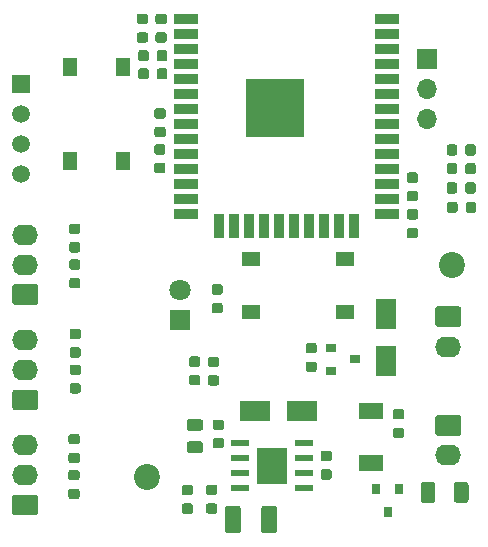
<source format=gbr>
%TF.GenerationSoftware,KiCad,Pcbnew,5.1.5+dfsg1-2build2*%
%TF.CreationDate,2022-07-17T21:36:19+12:00*%
%TF.ProjectId,automatic-plant-watering,6175746f-6d61-4746-9963-2d706c616e74,rev?*%
%TF.SameCoordinates,Original*%
%TF.FileFunction,Soldermask,Top*%
%TF.FilePolarity,Negative*%
%FSLAX46Y46*%
G04 Gerber Fmt 4.6, Leading zero omitted, Abs format (unit mm)*
G04 Created by KiCad (PCBNEW 5.1.5+dfsg1-2build2) date 2022-07-17 21:36:19*
%MOMM*%
%LPD*%
G04 APERTURE LIST*
%ADD10C,0.100000*%
%ADD11R,2.100000X1.400000*%
%ADD12C,1.500000*%
%ADD13R,1.500000X1.500000*%
%ADD14R,1.550000X0.600000*%
%ADD15R,2.600000X3.100000*%
%ADD16C,2.200000*%
%ADD17R,1.550000X1.300000*%
%ADD18R,0.900000X0.800000*%
%ADD19R,0.800000X0.900000*%
%ADD20O,2.200000X1.740000*%
%ADD21O,1.700000X1.700000*%
%ADD22R,1.700000X1.700000*%
%ADD23R,1.800000X2.500000*%
%ADD24R,2.500000X1.800000*%
%ADD25R,2.000000X0.900000*%
%ADD26R,0.900000X2.000000*%
%ADD27R,5.000000X5.000000*%
%ADD28R,1.300000X1.550000*%
%ADD29C,1.800000*%
%ADD30R,1.800000X1.800000*%
G04 APERTURE END LIST*
D10*
%TO.C,R2*%
G36*
X264089711Y-134122493D02*
G01*
X264110946Y-134125643D01*
X264131770Y-134130859D01*
X264151982Y-134138091D01*
X264171388Y-134147270D01*
X264189801Y-134158306D01*
X264207044Y-134171094D01*
X264222950Y-134185510D01*
X264237366Y-134201416D01*
X264250154Y-134218659D01*
X264261190Y-134237072D01*
X264270369Y-134256478D01*
X264277601Y-134276690D01*
X264282817Y-134297514D01*
X264285967Y-134318749D01*
X264287020Y-134340190D01*
X264287020Y-134777690D01*
X264285967Y-134799131D01*
X264282817Y-134820366D01*
X264277601Y-134841190D01*
X264270369Y-134861402D01*
X264261190Y-134880808D01*
X264250154Y-134899221D01*
X264237366Y-134916464D01*
X264222950Y-134932370D01*
X264207044Y-134946786D01*
X264189801Y-134959574D01*
X264171388Y-134970610D01*
X264151982Y-134979789D01*
X264131770Y-134987021D01*
X264110946Y-134992237D01*
X264089711Y-134995387D01*
X264068270Y-134996440D01*
X263555770Y-134996440D01*
X263534329Y-134995387D01*
X263513094Y-134992237D01*
X263492270Y-134987021D01*
X263472058Y-134979789D01*
X263452652Y-134970610D01*
X263434239Y-134959574D01*
X263416996Y-134946786D01*
X263401090Y-134932370D01*
X263386674Y-134916464D01*
X263373886Y-134899221D01*
X263362850Y-134880808D01*
X263353671Y-134861402D01*
X263346439Y-134841190D01*
X263341223Y-134820366D01*
X263338073Y-134799131D01*
X263337020Y-134777690D01*
X263337020Y-134340190D01*
X263338073Y-134318749D01*
X263341223Y-134297514D01*
X263346439Y-134276690D01*
X263353671Y-134256478D01*
X263362850Y-134237072D01*
X263373886Y-134218659D01*
X263386674Y-134201416D01*
X263401090Y-134185510D01*
X263416996Y-134171094D01*
X263434239Y-134158306D01*
X263452652Y-134147270D01*
X263472058Y-134138091D01*
X263492270Y-134130859D01*
X263513094Y-134125643D01*
X263534329Y-134122493D01*
X263555770Y-134121440D01*
X264068270Y-134121440D01*
X264089711Y-134122493D01*
G37*
G36*
X264089711Y-135697493D02*
G01*
X264110946Y-135700643D01*
X264131770Y-135705859D01*
X264151982Y-135713091D01*
X264171388Y-135722270D01*
X264189801Y-135733306D01*
X264207044Y-135746094D01*
X264222950Y-135760510D01*
X264237366Y-135776416D01*
X264250154Y-135793659D01*
X264261190Y-135812072D01*
X264270369Y-135831478D01*
X264277601Y-135851690D01*
X264282817Y-135872514D01*
X264285967Y-135893749D01*
X264287020Y-135915190D01*
X264287020Y-136352690D01*
X264285967Y-136374131D01*
X264282817Y-136395366D01*
X264277601Y-136416190D01*
X264270369Y-136436402D01*
X264261190Y-136455808D01*
X264250154Y-136474221D01*
X264237366Y-136491464D01*
X264222950Y-136507370D01*
X264207044Y-136521786D01*
X264189801Y-136534574D01*
X264171388Y-136545610D01*
X264151982Y-136554789D01*
X264131770Y-136562021D01*
X264110946Y-136567237D01*
X264089711Y-136570387D01*
X264068270Y-136571440D01*
X263555770Y-136571440D01*
X263534329Y-136570387D01*
X263513094Y-136567237D01*
X263492270Y-136562021D01*
X263472058Y-136554789D01*
X263452652Y-136545610D01*
X263434239Y-136534574D01*
X263416996Y-136521786D01*
X263401090Y-136507370D01*
X263386674Y-136491464D01*
X263373886Y-136474221D01*
X263362850Y-136455808D01*
X263353671Y-136436402D01*
X263346439Y-136416190D01*
X263341223Y-136395366D01*
X263338073Y-136374131D01*
X263337020Y-136352690D01*
X263337020Y-135915190D01*
X263338073Y-135893749D01*
X263341223Y-135872514D01*
X263346439Y-135851690D01*
X263353671Y-135831478D01*
X263362850Y-135812072D01*
X263373886Y-135793659D01*
X263386674Y-135776416D01*
X263401090Y-135760510D01*
X263416996Y-135746094D01*
X263434239Y-135733306D01*
X263452652Y-135722270D01*
X263472058Y-135713091D01*
X263492270Y-135705859D01*
X263513094Y-135700643D01*
X263534329Y-135697493D01*
X263555770Y-135696440D01*
X264068270Y-135696440D01*
X264089711Y-135697493D01*
G37*
%TD*%
D11*
%TO.C,D3*%
X261472680Y-138684360D03*
X261472680Y-134284360D03*
%TD*%
D10*
%TO.C,C6*%
G36*
X253302425Y-142303184D02*
G01*
X253326693Y-142306784D01*
X253350492Y-142312745D01*
X253373591Y-142321010D01*
X253395770Y-142331500D01*
X253416813Y-142344112D01*
X253436519Y-142358727D01*
X253454697Y-142375203D01*
X253471173Y-142393381D01*
X253485788Y-142413087D01*
X253498400Y-142434130D01*
X253508890Y-142456309D01*
X253517155Y-142479408D01*
X253523116Y-142503207D01*
X253526716Y-142527475D01*
X253527920Y-142551979D01*
X253527920Y-144401981D01*
X253526716Y-144426485D01*
X253523116Y-144450753D01*
X253517155Y-144474552D01*
X253508890Y-144497651D01*
X253498400Y-144519830D01*
X253485788Y-144540873D01*
X253471173Y-144560579D01*
X253454697Y-144578757D01*
X253436519Y-144595233D01*
X253416813Y-144609848D01*
X253395770Y-144622460D01*
X253373591Y-144632950D01*
X253350492Y-144641215D01*
X253326693Y-144647176D01*
X253302425Y-144650776D01*
X253277921Y-144651980D01*
X252452919Y-144651980D01*
X252428415Y-144650776D01*
X252404147Y-144647176D01*
X252380348Y-144641215D01*
X252357249Y-144632950D01*
X252335070Y-144622460D01*
X252314027Y-144609848D01*
X252294321Y-144595233D01*
X252276143Y-144578757D01*
X252259667Y-144560579D01*
X252245052Y-144540873D01*
X252232440Y-144519830D01*
X252221950Y-144497651D01*
X252213685Y-144474552D01*
X252207724Y-144450753D01*
X252204124Y-144426485D01*
X252202920Y-144401981D01*
X252202920Y-142551979D01*
X252204124Y-142527475D01*
X252207724Y-142503207D01*
X252213685Y-142479408D01*
X252221950Y-142456309D01*
X252232440Y-142434130D01*
X252245052Y-142413087D01*
X252259667Y-142393381D01*
X252276143Y-142375203D01*
X252294321Y-142358727D01*
X252314027Y-142344112D01*
X252335070Y-142331500D01*
X252357249Y-142321010D01*
X252380348Y-142312745D01*
X252404147Y-142306784D01*
X252428415Y-142303184D01*
X252452919Y-142301980D01*
X253277921Y-142301980D01*
X253302425Y-142303184D01*
G37*
G36*
X250227425Y-142303184D02*
G01*
X250251693Y-142306784D01*
X250275492Y-142312745D01*
X250298591Y-142321010D01*
X250320770Y-142331500D01*
X250341813Y-142344112D01*
X250361519Y-142358727D01*
X250379697Y-142375203D01*
X250396173Y-142393381D01*
X250410788Y-142413087D01*
X250423400Y-142434130D01*
X250433890Y-142456309D01*
X250442155Y-142479408D01*
X250448116Y-142503207D01*
X250451716Y-142527475D01*
X250452920Y-142551979D01*
X250452920Y-144401981D01*
X250451716Y-144426485D01*
X250448116Y-144450753D01*
X250442155Y-144474552D01*
X250433890Y-144497651D01*
X250423400Y-144519830D01*
X250410788Y-144540873D01*
X250396173Y-144560579D01*
X250379697Y-144578757D01*
X250361519Y-144595233D01*
X250341813Y-144609848D01*
X250320770Y-144622460D01*
X250298591Y-144632950D01*
X250275492Y-144641215D01*
X250251693Y-144647176D01*
X250227425Y-144650776D01*
X250202921Y-144651980D01*
X249377919Y-144651980D01*
X249353415Y-144650776D01*
X249329147Y-144647176D01*
X249305348Y-144641215D01*
X249282249Y-144632950D01*
X249260070Y-144622460D01*
X249239027Y-144609848D01*
X249219321Y-144595233D01*
X249201143Y-144578757D01*
X249184667Y-144560579D01*
X249170052Y-144540873D01*
X249157440Y-144519830D01*
X249146950Y-144497651D01*
X249138685Y-144474552D01*
X249132724Y-144450753D01*
X249129124Y-144426485D01*
X249127920Y-144401981D01*
X249127920Y-142551979D01*
X249129124Y-142527475D01*
X249132724Y-142503207D01*
X249138685Y-142479408D01*
X249146950Y-142456309D01*
X249157440Y-142434130D01*
X249170052Y-142413087D01*
X249184667Y-142393381D01*
X249201143Y-142375203D01*
X249219321Y-142358727D01*
X249239027Y-142344112D01*
X249260070Y-142331500D01*
X249282249Y-142321010D01*
X249305348Y-142312745D01*
X249329147Y-142306784D01*
X249353415Y-142303184D01*
X249377919Y-142301980D01*
X250202921Y-142301980D01*
X250227425Y-142303184D01*
G37*
%TD*%
D12*
%TO.C,U4*%
X231853740Y-114226340D03*
X231853740Y-111686340D03*
X231853740Y-109146340D03*
D13*
X231853740Y-106606340D03*
%TD*%
D10*
%TO.C,R5*%
G36*
X248422991Y-131262653D02*
G01*
X248444226Y-131265803D01*
X248465050Y-131271019D01*
X248485262Y-131278251D01*
X248504668Y-131287430D01*
X248523081Y-131298466D01*
X248540324Y-131311254D01*
X248556230Y-131325670D01*
X248570646Y-131341576D01*
X248583434Y-131358819D01*
X248594470Y-131377232D01*
X248603649Y-131396638D01*
X248610881Y-131416850D01*
X248616097Y-131437674D01*
X248619247Y-131458909D01*
X248620300Y-131480350D01*
X248620300Y-131917850D01*
X248619247Y-131939291D01*
X248616097Y-131960526D01*
X248610881Y-131981350D01*
X248603649Y-132001562D01*
X248594470Y-132020968D01*
X248583434Y-132039381D01*
X248570646Y-132056624D01*
X248556230Y-132072530D01*
X248540324Y-132086946D01*
X248523081Y-132099734D01*
X248504668Y-132110770D01*
X248485262Y-132119949D01*
X248465050Y-132127181D01*
X248444226Y-132132397D01*
X248422991Y-132135547D01*
X248401550Y-132136600D01*
X247889050Y-132136600D01*
X247867609Y-132135547D01*
X247846374Y-132132397D01*
X247825550Y-132127181D01*
X247805338Y-132119949D01*
X247785932Y-132110770D01*
X247767519Y-132099734D01*
X247750276Y-132086946D01*
X247734370Y-132072530D01*
X247719954Y-132056624D01*
X247707166Y-132039381D01*
X247696130Y-132020968D01*
X247686951Y-132001562D01*
X247679719Y-131981350D01*
X247674503Y-131960526D01*
X247671353Y-131939291D01*
X247670300Y-131917850D01*
X247670300Y-131480350D01*
X247671353Y-131458909D01*
X247674503Y-131437674D01*
X247679719Y-131416850D01*
X247686951Y-131396638D01*
X247696130Y-131377232D01*
X247707166Y-131358819D01*
X247719954Y-131341576D01*
X247734370Y-131325670D01*
X247750276Y-131311254D01*
X247767519Y-131298466D01*
X247785932Y-131287430D01*
X247805338Y-131278251D01*
X247825550Y-131271019D01*
X247846374Y-131265803D01*
X247867609Y-131262653D01*
X247889050Y-131261600D01*
X248401550Y-131261600D01*
X248422991Y-131262653D01*
G37*
G36*
X248422991Y-129687653D02*
G01*
X248444226Y-129690803D01*
X248465050Y-129696019D01*
X248485262Y-129703251D01*
X248504668Y-129712430D01*
X248523081Y-129723466D01*
X248540324Y-129736254D01*
X248556230Y-129750670D01*
X248570646Y-129766576D01*
X248583434Y-129783819D01*
X248594470Y-129802232D01*
X248603649Y-129821638D01*
X248610881Y-129841850D01*
X248616097Y-129862674D01*
X248619247Y-129883909D01*
X248620300Y-129905350D01*
X248620300Y-130342850D01*
X248619247Y-130364291D01*
X248616097Y-130385526D01*
X248610881Y-130406350D01*
X248603649Y-130426562D01*
X248594470Y-130445968D01*
X248583434Y-130464381D01*
X248570646Y-130481624D01*
X248556230Y-130497530D01*
X248540324Y-130511946D01*
X248523081Y-130524734D01*
X248504668Y-130535770D01*
X248485262Y-130544949D01*
X248465050Y-130552181D01*
X248444226Y-130557397D01*
X248422991Y-130560547D01*
X248401550Y-130561600D01*
X247889050Y-130561600D01*
X247867609Y-130560547D01*
X247846374Y-130557397D01*
X247825550Y-130552181D01*
X247805338Y-130544949D01*
X247785932Y-130535770D01*
X247767519Y-130524734D01*
X247750276Y-130511946D01*
X247734370Y-130497530D01*
X247719954Y-130481624D01*
X247707166Y-130464381D01*
X247696130Y-130445968D01*
X247686951Y-130426562D01*
X247679719Y-130406350D01*
X247674503Y-130385526D01*
X247671353Y-130364291D01*
X247670300Y-130342850D01*
X247670300Y-129905350D01*
X247671353Y-129883909D01*
X247674503Y-129862674D01*
X247679719Y-129841850D01*
X247686951Y-129821638D01*
X247696130Y-129802232D01*
X247707166Y-129783819D01*
X247719954Y-129766576D01*
X247734370Y-129750670D01*
X247750276Y-129736254D01*
X247767519Y-129723466D01*
X247785932Y-129712430D01*
X247805338Y-129703251D01*
X247825550Y-129696019D01*
X247846374Y-129690803D01*
X247867609Y-129687653D01*
X247889050Y-129686600D01*
X248401550Y-129686600D01*
X248422991Y-129687653D01*
G37*
%TD*%
%TO.C,D6*%
G36*
X246835491Y-129674953D02*
G01*
X246856726Y-129678103D01*
X246877550Y-129683319D01*
X246897762Y-129690551D01*
X246917168Y-129699730D01*
X246935581Y-129710766D01*
X246952824Y-129723554D01*
X246968730Y-129737970D01*
X246983146Y-129753876D01*
X246995934Y-129771119D01*
X247006970Y-129789532D01*
X247016149Y-129808938D01*
X247023381Y-129829150D01*
X247028597Y-129849974D01*
X247031747Y-129871209D01*
X247032800Y-129892650D01*
X247032800Y-130330150D01*
X247031747Y-130351591D01*
X247028597Y-130372826D01*
X247023381Y-130393650D01*
X247016149Y-130413862D01*
X247006970Y-130433268D01*
X246995934Y-130451681D01*
X246983146Y-130468924D01*
X246968730Y-130484830D01*
X246952824Y-130499246D01*
X246935581Y-130512034D01*
X246917168Y-130523070D01*
X246897762Y-130532249D01*
X246877550Y-130539481D01*
X246856726Y-130544697D01*
X246835491Y-130547847D01*
X246814050Y-130548900D01*
X246301550Y-130548900D01*
X246280109Y-130547847D01*
X246258874Y-130544697D01*
X246238050Y-130539481D01*
X246217838Y-130532249D01*
X246198432Y-130523070D01*
X246180019Y-130512034D01*
X246162776Y-130499246D01*
X246146870Y-130484830D01*
X246132454Y-130468924D01*
X246119666Y-130451681D01*
X246108630Y-130433268D01*
X246099451Y-130413862D01*
X246092219Y-130393650D01*
X246087003Y-130372826D01*
X246083853Y-130351591D01*
X246082800Y-130330150D01*
X246082800Y-129892650D01*
X246083853Y-129871209D01*
X246087003Y-129849974D01*
X246092219Y-129829150D01*
X246099451Y-129808938D01*
X246108630Y-129789532D01*
X246119666Y-129771119D01*
X246132454Y-129753876D01*
X246146870Y-129737970D01*
X246162776Y-129723554D01*
X246180019Y-129710766D01*
X246198432Y-129699730D01*
X246217838Y-129690551D01*
X246238050Y-129683319D01*
X246258874Y-129678103D01*
X246280109Y-129674953D01*
X246301550Y-129673900D01*
X246814050Y-129673900D01*
X246835491Y-129674953D01*
G37*
G36*
X246835491Y-131249953D02*
G01*
X246856726Y-131253103D01*
X246877550Y-131258319D01*
X246897762Y-131265551D01*
X246917168Y-131274730D01*
X246935581Y-131285766D01*
X246952824Y-131298554D01*
X246968730Y-131312970D01*
X246983146Y-131328876D01*
X246995934Y-131346119D01*
X247006970Y-131364532D01*
X247016149Y-131383938D01*
X247023381Y-131404150D01*
X247028597Y-131424974D01*
X247031747Y-131446209D01*
X247032800Y-131467650D01*
X247032800Y-131905150D01*
X247031747Y-131926591D01*
X247028597Y-131947826D01*
X247023381Y-131968650D01*
X247016149Y-131988862D01*
X247006970Y-132008268D01*
X246995934Y-132026681D01*
X246983146Y-132043924D01*
X246968730Y-132059830D01*
X246952824Y-132074246D01*
X246935581Y-132087034D01*
X246917168Y-132098070D01*
X246897762Y-132107249D01*
X246877550Y-132114481D01*
X246856726Y-132119697D01*
X246835491Y-132122847D01*
X246814050Y-132123900D01*
X246301550Y-132123900D01*
X246280109Y-132122847D01*
X246258874Y-132119697D01*
X246238050Y-132114481D01*
X246217838Y-132107249D01*
X246198432Y-132098070D01*
X246180019Y-132087034D01*
X246162776Y-132074246D01*
X246146870Y-132059830D01*
X246132454Y-132043924D01*
X246119666Y-132026681D01*
X246108630Y-132008268D01*
X246099451Y-131988862D01*
X246092219Y-131968650D01*
X246087003Y-131947826D01*
X246083853Y-131926591D01*
X246082800Y-131905150D01*
X246082800Y-131467650D01*
X246083853Y-131446209D01*
X246087003Y-131424974D01*
X246092219Y-131404150D01*
X246099451Y-131383938D01*
X246108630Y-131364532D01*
X246119666Y-131346119D01*
X246132454Y-131328876D01*
X246146870Y-131312970D01*
X246162776Y-131298554D01*
X246180019Y-131285766D01*
X246198432Y-131274730D01*
X246217838Y-131265551D01*
X246238050Y-131258319D01*
X246258874Y-131253103D01*
X246280109Y-131249953D01*
X246301550Y-131248900D01*
X246814050Y-131248900D01*
X246835491Y-131249953D01*
G37*
%TD*%
%TO.C,R13*%
G36*
X246205571Y-142120913D02*
G01*
X246226806Y-142124063D01*
X246247630Y-142129279D01*
X246267842Y-142136511D01*
X246287248Y-142145690D01*
X246305661Y-142156726D01*
X246322904Y-142169514D01*
X246338810Y-142183930D01*
X246353226Y-142199836D01*
X246366014Y-142217079D01*
X246377050Y-142235492D01*
X246386229Y-142254898D01*
X246393461Y-142275110D01*
X246398677Y-142295934D01*
X246401827Y-142317169D01*
X246402880Y-142338610D01*
X246402880Y-142776110D01*
X246401827Y-142797551D01*
X246398677Y-142818786D01*
X246393461Y-142839610D01*
X246386229Y-142859822D01*
X246377050Y-142879228D01*
X246366014Y-142897641D01*
X246353226Y-142914884D01*
X246338810Y-142930790D01*
X246322904Y-142945206D01*
X246305661Y-142957994D01*
X246287248Y-142969030D01*
X246267842Y-142978209D01*
X246247630Y-142985441D01*
X246226806Y-142990657D01*
X246205571Y-142993807D01*
X246184130Y-142994860D01*
X245671630Y-142994860D01*
X245650189Y-142993807D01*
X245628954Y-142990657D01*
X245608130Y-142985441D01*
X245587918Y-142978209D01*
X245568512Y-142969030D01*
X245550099Y-142957994D01*
X245532856Y-142945206D01*
X245516950Y-142930790D01*
X245502534Y-142914884D01*
X245489746Y-142897641D01*
X245478710Y-142879228D01*
X245469531Y-142859822D01*
X245462299Y-142839610D01*
X245457083Y-142818786D01*
X245453933Y-142797551D01*
X245452880Y-142776110D01*
X245452880Y-142338610D01*
X245453933Y-142317169D01*
X245457083Y-142295934D01*
X245462299Y-142275110D01*
X245469531Y-142254898D01*
X245478710Y-142235492D01*
X245489746Y-142217079D01*
X245502534Y-142199836D01*
X245516950Y-142183930D01*
X245532856Y-142169514D01*
X245550099Y-142156726D01*
X245568512Y-142145690D01*
X245587918Y-142136511D01*
X245608130Y-142129279D01*
X245628954Y-142124063D01*
X245650189Y-142120913D01*
X245671630Y-142119860D01*
X246184130Y-142119860D01*
X246205571Y-142120913D01*
G37*
G36*
X246205571Y-140545913D02*
G01*
X246226806Y-140549063D01*
X246247630Y-140554279D01*
X246267842Y-140561511D01*
X246287248Y-140570690D01*
X246305661Y-140581726D01*
X246322904Y-140594514D01*
X246338810Y-140608930D01*
X246353226Y-140624836D01*
X246366014Y-140642079D01*
X246377050Y-140660492D01*
X246386229Y-140679898D01*
X246393461Y-140700110D01*
X246398677Y-140720934D01*
X246401827Y-140742169D01*
X246402880Y-140763610D01*
X246402880Y-141201110D01*
X246401827Y-141222551D01*
X246398677Y-141243786D01*
X246393461Y-141264610D01*
X246386229Y-141284822D01*
X246377050Y-141304228D01*
X246366014Y-141322641D01*
X246353226Y-141339884D01*
X246338810Y-141355790D01*
X246322904Y-141370206D01*
X246305661Y-141382994D01*
X246287248Y-141394030D01*
X246267842Y-141403209D01*
X246247630Y-141410441D01*
X246226806Y-141415657D01*
X246205571Y-141418807D01*
X246184130Y-141419860D01*
X245671630Y-141419860D01*
X245650189Y-141418807D01*
X245628954Y-141415657D01*
X245608130Y-141410441D01*
X245587918Y-141403209D01*
X245568512Y-141394030D01*
X245550099Y-141382994D01*
X245532856Y-141370206D01*
X245516950Y-141355790D01*
X245502534Y-141339884D01*
X245489746Y-141322641D01*
X245478710Y-141304228D01*
X245469531Y-141284822D01*
X245462299Y-141264610D01*
X245457083Y-141243786D01*
X245453933Y-141222551D01*
X245452880Y-141201110D01*
X245452880Y-140763610D01*
X245453933Y-140742169D01*
X245457083Y-140720934D01*
X245462299Y-140700110D01*
X245469531Y-140679898D01*
X245478710Y-140660492D01*
X245489746Y-140642079D01*
X245502534Y-140624836D01*
X245516950Y-140608930D01*
X245532856Y-140594514D01*
X245550099Y-140581726D01*
X245568512Y-140570690D01*
X245587918Y-140561511D01*
X245608130Y-140554279D01*
X245628954Y-140549063D01*
X245650189Y-140545913D01*
X245671630Y-140544860D01*
X246184130Y-140544860D01*
X246205571Y-140545913D01*
G37*
%TD*%
%TO.C,R12*%
G36*
X248273131Y-140533453D02*
G01*
X248294366Y-140536603D01*
X248315190Y-140541819D01*
X248335402Y-140549051D01*
X248354808Y-140558230D01*
X248373221Y-140569266D01*
X248390464Y-140582054D01*
X248406370Y-140596470D01*
X248420786Y-140612376D01*
X248433574Y-140629619D01*
X248444610Y-140648032D01*
X248453789Y-140667438D01*
X248461021Y-140687650D01*
X248466237Y-140708474D01*
X248469387Y-140729709D01*
X248470440Y-140751150D01*
X248470440Y-141188650D01*
X248469387Y-141210091D01*
X248466237Y-141231326D01*
X248461021Y-141252150D01*
X248453789Y-141272362D01*
X248444610Y-141291768D01*
X248433574Y-141310181D01*
X248420786Y-141327424D01*
X248406370Y-141343330D01*
X248390464Y-141357746D01*
X248373221Y-141370534D01*
X248354808Y-141381570D01*
X248335402Y-141390749D01*
X248315190Y-141397981D01*
X248294366Y-141403197D01*
X248273131Y-141406347D01*
X248251690Y-141407400D01*
X247739190Y-141407400D01*
X247717749Y-141406347D01*
X247696514Y-141403197D01*
X247675690Y-141397981D01*
X247655478Y-141390749D01*
X247636072Y-141381570D01*
X247617659Y-141370534D01*
X247600416Y-141357746D01*
X247584510Y-141343330D01*
X247570094Y-141327424D01*
X247557306Y-141310181D01*
X247546270Y-141291768D01*
X247537091Y-141272362D01*
X247529859Y-141252150D01*
X247524643Y-141231326D01*
X247521493Y-141210091D01*
X247520440Y-141188650D01*
X247520440Y-140751150D01*
X247521493Y-140729709D01*
X247524643Y-140708474D01*
X247529859Y-140687650D01*
X247537091Y-140667438D01*
X247546270Y-140648032D01*
X247557306Y-140629619D01*
X247570094Y-140612376D01*
X247584510Y-140596470D01*
X247600416Y-140582054D01*
X247617659Y-140569266D01*
X247636072Y-140558230D01*
X247655478Y-140549051D01*
X247675690Y-140541819D01*
X247696514Y-140536603D01*
X247717749Y-140533453D01*
X247739190Y-140532400D01*
X248251690Y-140532400D01*
X248273131Y-140533453D01*
G37*
G36*
X248273131Y-142108453D02*
G01*
X248294366Y-142111603D01*
X248315190Y-142116819D01*
X248335402Y-142124051D01*
X248354808Y-142133230D01*
X248373221Y-142144266D01*
X248390464Y-142157054D01*
X248406370Y-142171470D01*
X248420786Y-142187376D01*
X248433574Y-142204619D01*
X248444610Y-142223032D01*
X248453789Y-142242438D01*
X248461021Y-142262650D01*
X248466237Y-142283474D01*
X248469387Y-142304709D01*
X248470440Y-142326150D01*
X248470440Y-142763650D01*
X248469387Y-142785091D01*
X248466237Y-142806326D01*
X248461021Y-142827150D01*
X248453789Y-142847362D01*
X248444610Y-142866768D01*
X248433574Y-142885181D01*
X248420786Y-142902424D01*
X248406370Y-142918330D01*
X248390464Y-142932746D01*
X248373221Y-142945534D01*
X248354808Y-142956570D01*
X248335402Y-142965749D01*
X248315190Y-142972981D01*
X248294366Y-142978197D01*
X248273131Y-142981347D01*
X248251690Y-142982400D01*
X247739190Y-142982400D01*
X247717749Y-142981347D01*
X247696514Y-142978197D01*
X247675690Y-142972981D01*
X247655478Y-142965749D01*
X247636072Y-142956570D01*
X247617659Y-142945534D01*
X247600416Y-142932746D01*
X247584510Y-142918330D01*
X247570094Y-142902424D01*
X247557306Y-142885181D01*
X247546270Y-142866768D01*
X247537091Y-142847362D01*
X247529859Y-142827150D01*
X247524643Y-142806326D01*
X247521493Y-142785091D01*
X247520440Y-142763650D01*
X247520440Y-142326150D01*
X247521493Y-142304709D01*
X247524643Y-142283474D01*
X247529859Y-142262650D01*
X247537091Y-142242438D01*
X247546270Y-142223032D01*
X247557306Y-142204619D01*
X247570094Y-142187376D01*
X247584510Y-142171470D01*
X247600416Y-142157054D01*
X247617659Y-142144266D01*
X247636072Y-142133230D01*
X247655478Y-142124051D01*
X247675690Y-142116819D01*
X247696514Y-142111603D01*
X247717749Y-142108453D01*
X247739190Y-142107400D01*
X248251690Y-142107400D01*
X248273131Y-142108453D01*
G37*
%TD*%
D14*
%TO.C,U2*%
X255798300Y-137033000D03*
X255798300Y-138303000D03*
X255798300Y-139573000D03*
X255798300Y-140843000D03*
X250398300Y-140843000D03*
X250398300Y-139573000D03*
X250398300Y-138303000D03*
X250398300Y-137033000D03*
D15*
X253098300Y-138938000D03*
%TD*%
D16*
%TO.C,H4*%
X242511580Y-139849860D03*
%TD*%
%TO.C,H1*%
X268325600Y-121970800D03*
%TD*%
D17*
%TO.C,SW2*%
X259245000Y-125884500D03*
X259245000Y-121384500D03*
X251295000Y-121384500D03*
X251295000Y-125884500D03*
%TD*%
D10*
%TO.C,R15*%
G36*
X236624691Y-137815853D02*
G01*
X236645926Y-137819003D01*
X236666750Y-137824219D01*
X236686962Y-137831451D01*
X236706368Y-137840630D01*
X236724781Y-137851666D01*
X236742024Y-137864454D01*
X236757930Y-137878870D01*
X236772346Y-137894776D01*
X236785134Y-137912019D01*
X236796170Y-137930432D01*
X236805349Y-137949838D01*
X236812581Y-137970050D01*
X236817797Y-137990874D01*
X236820947Y-138012109D01*
X236822000Y-138033550D01*
X236822000Y-138471050D01*
X236820947Y-138492491D01*
X236817797Y-138513726D01*
X236812581Y-138534550D01*
X236805349Y-138554762D01*
X236796170Y-138574168D01*
X236785134Y-138592581D01*
X236772346Y-138609824D01*
X236757930Y-138625730D01*
X236742024Y-138640146D01*
X236724781Y-138652934D01*
X236706368Y-138663970D01*
X236686962Y-138673149D01*
X236666750Y-138680381D01*
X236645926Y-138685597D01*
X236624691Y-138688747D01*
X236603250Y-138689800D01*
X236090750Y-138689800D01*
X236069309Y-138688747D01*
X236048074Y-138685597D01*
X236027250Y-138680381D01*
X236007038Y-138673149D01*
X235987632Y-138663970D01*
X235969219Y-138652934D01*
X235951976Y-138640146D01*
X235936070Y-138625730D01*
X235921654Y-138609824D01*
X235908866Y-138592581D01*
X235897830Y-138574168D01*
X235888651Y-138554762D01*
X235881419Y-138534550D01*
X235876203Y-138513726D01*
X235873053Y-138492491D01*
X235872000Y-138471050D01*
X235872000Y-138033550D01*
X235873053Y-138012109D01*
X235876203Y-137990874D01*
X235881419Y-137970050D01*
X235888651Y-137949838D01*
X235897830Y-137930432D01*
X235908866Y-137912019D01*
X235921654Y-137894776D01*
X235936070Y-137878870D01*
X235951976Y-137864454D01*
X235969219Y-137851666D01*
X235987632Y-137840630D01*
X236007038Y-137831451D01*
X236027250Y-137824219D01*
X236048074Y-137819003D01*
X236069309Y-137815853D01*
X236090750Y-137814800D01*
X236603250Y-137814800D01*
X236624691Y-137815853D01*
G37*
G36*
X236624691Y-136240853D02*
G01*
X236645926Y-136244003D01*
X236666750Y-136249219D01*
X236686962Y-136256451D01*
X236706368Y-136265630D01*
X236724781Y-136276666D01*
X236742024Y-136289454D01*
X236757930Y-136303870D01*
X236772346Y-136319776D01*
X236785134Y-136337019D01*
X236796170Y-136355432D01*
X236805349Y-136374838D01*
X236812581Y-136395050D01*
X236817797Y-136415874D01*
X236820947Y-136437109D01*
X236822000Y-136458550D01*
X236822000Y-136896050D01*
X236820947Y-136917491D01*
X236817797Y-136938726D01*
X236812581Y-136959550D01*
X236805349Y-136979762D01*
X236796170Y-136999168D01*
X236785134Y-137017581D01*
X236772346Y-137034824D01*
X236757930Y-137050730D01*
X236742024Y-137065146D01*
X236724781Y-137077934D01*
X236706368Y-137088970D01*
X236686962Y-137098149D01*
X236666750Y-137105381D01*
X236645926Y-137110597D01*
X236624691Y-137113747D01*
X236603250Y-137114800D01*
X236090750Y-137114800D01*
X236069309Y-137113747D01*
X236048074Y-137110597D01*
X236027250Y-137105381D01*
X236007038Y-137098149D01*
X235987632Y-137088970D01*
X235969219Y-137077934D01*
X235951976Y-137065146D01*
X235936070Y-137050730D01*
X235921654Y-137034824D01*
X235908866Y-137017581D01*
X235897830Y-136999168D01*
X235888651Y-136979762D01*
X235881419Y-136959550D01*
X235876203Y-136938726D01*
X235873053Y-136917491D01*
X235872000Y-136896050D01*
X235872000Y-136458550D01*
X235873053Y-136437109D01*
X235876203Y-136415874D01*
X235881419Y-136395050D01*
X235888651Y-136374838D01*
X235897830Y-136355432D01*
X235908866Y-136337019D01*
X235921654Y-136319776D01*
X235936070Y-136303870D01*
X235951976Y-136289454D01*
X235969219Y-136276666D01*
X235987632Y-136265630D01*
X236007038Y-136256451D01*
X236027250Y-136249219D01*
X236048074Y-136244003D01*
X236069309Y-136240853D01*
X236090750Y-136239800D01*
X236603250Y-136239800D01*
X236624691Y-136240853D01*
G37*
%TD*%
%TO.C,R14*%
G36*
X236713591Y-128900453D02*
G01*
X236734826Y-128903603D01*
X236755650Y-128908819D01*
X236775862Y-128916051D01*
X236795268Y-128925230D01*
X236813681Y-128936266D01*
X236830924Y-128949054D01*
X236846830Y-128963470D01*
X236861246Y-128979376D01*
X236874034Y-128996619D01*
X236885070Y-129015032D01*
X236894249Y-129034438D01*
X236901481Y-129054650D01*
X236906697Y-129075474D01*
X236909847Y-129096709D01*
X236910900Y-129118150D01*
X236910900Y-129555650D01*
X236909847Y-129577091D01*
X236906697Y-129598326D01*
X236901481Y-129619150D01*
X236894249Y-129639362D01*
X236885070Y-129658768D01*
X236874034Y-129677181D01*
X236861246Y-129694424D01*
X236846830Y-129710330D01*
X236830924Y-129724746D01*
X236813681Y-129737534D01*
X236795268Y-129748570D01*
X236775862Y-129757749D01*
X236755650Y-129764981D01*
X236734826Y-129770197D01*
X236713591Y-129773347D01*
X236692150Y-129774400D01*
X236179650Y-129774400D01*
X236158209Y-129773347D01*
X236136974Y-129770197D01*
X236116150Y-129764981D01*
X236095938Y-129757749D01*
X236076532Y-129748570D01*
X236058119Y-129737534D01*
X236040876Y-129724746D01*
X236024970Y-129710330D01*
X236010554Y-129694424D01*
X235997766Y-129677181D01*
X235986730Y-129658768D01*
X235977551Y-129639362D01*
X235970319Y-129619150D01*
X235965103Y-129598326D01*
X235961953Y-129577091D01*
X235960900Y-129555650D01*
X235960900Y-129118150D01*
X235961953Y-129096709D01*
X235965103Y-129075474D01*
X235970319Y-129054650D01*
X235977551Y-129034438D01*
X235986730Y-129015032D01*
X235997766Y-128996619D01*
X236010554Y-128979376D01*
X236024970Y-128963470D01*
X236040876Y-128949054D01*
X236058119Y-128936266D01*
X236076532Y-128925230D01*
X236095938Y-128916051D01*
X236116150Y-128908819D01*
X236136974Y-128903603D01*
X236158209Y-128900453D01*
X236179650Y-128899400D01*
X236692150Y-128899400D01*
X236713591Y-128900453D01*
G37*
G36*
X236713591Y-127325453D02*
G01*
X236734826Y-127328603D01*
X236755650Y-127333819D01*
X236775862Y-127341051D01*
X236795268Y-127350230D01*
X236813681Y-127361266D01*
X236830924Y-127374054D01*
X236846830Y-127388470D01*
X236861246Y-127404376D01*
X236874034Y-127421619D01*
X236885070Y-127440032D01*
X236894249Y-127459438D01*
X236901481Y-127479650D01*
X236906697Y-127500474D01*
X236909847Y-127521709D01*
X236910900Y-127543150D01*
X236910900Y-127980650D01*
X236909847Y-128002091D01*
X236906697Y-128023326D01*
X236901481Y-128044150D01*
X236894249Y-128064362D01*
X236885070Y-128083768D01*
X236874034Y-128102181D01*
X236861246Y-128119424D01*
X236846830Y-128135330D01*
X236830924Y-128149746D01*
X236813681Y-128162534D01*
X236795268Y-128173570D01*
X236775862Y-128182749D01*
X236755650Y-128189981D01*
X236734826Y-128195197D01*
X236713591Y-128198347D01*
X236692150Y-128199400D01*
X236179650Y-128199400D01*
X236158209Y-128198347D01*
X236136974Y-128195197D01*
X236116150Y-128189981D01*
X236095938Y-128182749D01*
X236076532Y-128173570D01*
X236058119Y-128162534D01*
X236040876Y-128149746D01*
X236024970Y-128135330D01*
X236010554Y-128119424D01*
X235997766Y-128102181D01*
X235986730Y-128083768D01*
X235977551Y-128064362D01*
X235970319Y-128044150D01*
X235965103Y-128023326D01*
X235961953Y-128002091D01*
X235960900Y-127980650D01*
X235960900Y-127543150D01*
X235961953Y-127521709D01*
X235965103Y-127500474D01*
X235970319Y-127479650D01*
X235977551Y-127459438D01*
X235986730Y-127440032D01*
X235997766Y-127421619D01*
X236010554Y-127404376D01*
X236024970Y-127388470D01*
X236040876Y-127374054D01*
X236058119Y-127361266D01*
X236076532Y-127350230D01*
X236095938Y-127341051D01*
X236116150Y-127333819D01*
X236136974Y-127328603D01*
X236158209Y-127325453D01*
X236179650Y-127324400D01*
X236692150Y-127324400D01*
X236713591Y-127325453D01*
G37*
%TD*%
%TO.C,R10*%
G36*
X236675491Y-119997753D02*
G01*
X236696726Y-120000903D01*
X236717550Y-120006119D01*
X236737762Y-120013351D01*
X236757168Y-120022530D01*
X236775581Y-120033566D01*
X236792824Y-120046354D01*
X236808730Y-120060770D01*
X236823146Y-120076676D01*
X236835934Y-120093919D01*
X236846970Y-120112332D01*
X236856149Y-120131738D01*
X236863381Y-120151950D01*
X236868597Y-120172774D01*
X236871747Y-120194009D01*
X236872800Y-120215450D01*
X236872800Y-120652950D01*
X236871747Y-120674391D01*
X236868597Y-120695626D01*
X236863381Y-120716450D01*
X236856149Y-120736662D01*
X236846970Y-120756068D01*
X236835934Y-120774481D01*
X236823146Y-120791724D01*
X236808730Y-120807630D01*
X236792824Y-120822046D01*
X236775581Y-120834834D01*
X236757168Y-120845870D01*
X236737762Y-120855049D01*
X236717550Y-120862281D01*
X236696726Y-120867497D01*
X236675491Y-120870647D01*
X236654050Y-120871700D01*
X236141550Y-120871700D01*
X236120109Y-120870647D01*
X236098874Y-120867497D01*
X236078050Y-120862281D01*
X236057838Y-120855049D01*
X236038432Y-120845870D01*
X236020019Y-120834834D01*
X236002776Y-120822046D01*
X235986870Y-120807630D01*
X235972454Y-120791724D01*
X235959666Y-120774481D01*
X235948630Y-120756068D01*
X235939451Y-120736662D01*
X235932219Y-120716450D01*
X235927003Y-120695626D01*
X235923853Y-120674391D01*
X235922800Y-120652950D01*
X235922800Y-120215450D01*
X235923853Y-120194009D01*
X235927003Y-120172774D01*
X235932219Y-120151950D01*
X235939451Y-120131738D01*
X235948630Y-120112332D01*
X235959666Y-120093919D01*
X235972454Y-120076676D01*
X235986870Y-120060770D01*
X236002776Y-120046354D01*
X236020019Y-120033566D01*
X236038432Y-120022530D01*
X236057838Y-120013351D01*
X236078050Y-120006119D01*
X236098874Y-120000903D01*
X236120109Y-119997753D01*
X236141550Y-119996700D01*
X236654050Y-119996700D01*
X236675491Y-119997753D01*
G37*
G36*
X236675491Y-118422753D02*
G01*
X236696726Y-118425903D01*
X236717550Y-118431119D01*
X236737762Y-118438351D01*
X236757168Y-118447530D01*
X236775581Y-118458566D01*
X236792824Y-118471354D01*
X236808730Y-118485770D01*
X236823146Y-118501676D01*
X236835934Y-118518919D01*
X236846970Y-118537332D01*
X236856149Y-118556738D01*
X236863381Y-118576950D01*
X236868597Y-118597774D01*
X236871747Y-118619009D01*
X236872800Y-118640450D01*
X236872800Y-119077950D01*
X236871747Y-119099391D01*
X236868597Y-119120626D01*
X236863381Y-119141450D01*
X236856149Y-119161662D01*
X236846970Y-119181068D01*
X236835934Y-119199481D01*
X236823146Y-119216724D01*
X236808730Y-119232630D01*
X236792824Y-119247046D01*
X236775581Y-119259834D01*
X236757168Y-119270870D01*
X236737762Y-119280049D01*
X236717550Y-119287281D01*
X236696726Y-119292497D01*
X236675491Y-119295647D01*
X236654050Y-119296700D01*
X236141550Y-119296700D01*
X236120109Y-119295647D01*
X236098874Y-119292497D01*
X236078050Y-119287281D01*
X236057838Y-119280049D01*
X236038432Y-119270870D01*
X236020019Y-119259834D01*
X236002776Y-119247046D01*
X235986870Y-119232630D01*
X235972454Y-119216724D01*
X235959666Y-119199481D01*
X235948630Y-119181068D01*
X235939451Y-119161662D01*
X235932219Y-119141450D01*
X235927003Y-119120626D01*
X235923853Y-119099391D01*
X235922800Y-119077950D01*
X235922800Y-118640450D01*
X235923853Y-118619009D01*
X235927003Y-118597774D01*
X235932219Y-118576950D01*
X235939451Y-118556738D01*
X235948630Y-118537332D01*
X235959666Y-118518919D01*
X235972454Y-118501676D01*
X235986870Y-118485770D01*
X236002776Y-118471354D01*
X236020019Y-118458566D01*
X236038432Y-118447530D01*
X236057838Y-118438351D01*
X236078050Y-118431119D01*
X236098874Y-118425903D01*
X236120109Y-118422753D01*
X236141550Y-118421700D01*
X236654050Y-118421700D01*
X236675491Y-118422753D01*
G37*
%TD*%
%TO.C,R4*%
G36*
X256693231Y-130101873D02*
G01*
X256714466Y-130105023D01*
X256735290Y-130110239D01*
X256755502Y-130117471D01*
X256774908Y-130126650D01*
X256793321Y-130137686D01*
X256810564Y-130150474D01*
X256826470Y-130164890D01*
X256840886Y-130180796D01*
X256853674Y-130198039D01*
X256864710Y-130216452D01*
X256873889Y-130235858D01*
X256881121Y-130256070D01*
X256886337Y-130276894D01*
X256889487Y-130298129D01*
X256890540Y-130319570D01*
X256890540Y-130757070D01*
X256889487Y-130778511D01*
X256886337Y-130799746D01*
X256881121Y-130820570D01*
X256873889Y-130840782D01*
X256864710Y-130860188D01*
X256853674Y-130878601D01*
X256840886Y-130895844D01*
X256826470Y-130911750D01*
X256810564Y-130926166D01*
X256793321Y-130938954D01*
X256774908Y-130949990D01*
X256755502Y-130959169D01*
X256735290Y-130966401D01*
X256714466Y-130971617D01*
X256693231Y-130974767D01*
X256671790Y-130975820D01*
X256159290Y-130975820D01*
X256137849Y-130974767D01*
X256116614Y-130971617D01*
X256095790Y-130966401D01*
X256075578Y-130959169D01*
X256056172Y-130949990D01*
X256037759Y-130938954D01*
X256020516Y-130926166D01*
X256004610Y-130911750D01*
X255990194Y-130895844D01*
X255977406Y-130878601D01*
X255966370Y-130860188D01*
X255957191Y-130840782D01*
X255949959Y-130820570D01*
X255944743Y-130799746D01*
X255941593Y-130778511D01*
X255940540Y-130757070D01*
X255940540Y-130319570D01*
X255941593Y-130298129D01*
X255944743Y-130276894D01*
X255949959Y-130256070D01*
X255957191Y-130235858D01*
X255966370Y-130216452D01*
X255977406Y-130198039D01*
X255990194Y-130180796D01*
X256004610Y-130164890D01*
X256020516Y-130150474D01*
X256037759Y-130137686D01*
X256056172Y-130126650D01*
X256075578Y-130117471D01*
X256095790Y-130110239D01*
X256116614Y-130105023D01*
X256137849Y-130101873D01*
X256159290Y-130100820D01*
X256671790Y-130100820D01*
X256693231Y-130101873D01*
G37*
G36*
X256693231Y-128526873D02*
G01*
X256714466Y-128530023D01*
X256735290Y-128535239D01*
X256755502Y-128542471D01*
X256774908Y-128551650D01*
X256793321Y-128562686D01*
X256810564Y-128575474D01*
X256826470Y-128589890D01*
X256840886Y-128605796D01*
X256853674Y-128623039D01*
X256864710Y-128641452D01*
X256873889Y-128660858D01*
X256881121Y-128681070D01*
X256886337Y-128701894D01*
X256889487Y-128723129D01*
X256890540Y-128744570D01*
X256890540Y-129182070D01*
X256889487Y-129203511D01*
X256886337Y-129224746D01*
X256881121Y-129245570D01*
X256873889Y-129265782D01*
X256864710Y-129285188D01*
X256853674Y-129303601D01*
X256840886Y-129320844D01*
X256826470Y-129336750D01*
X256810564Y-129351166D01*
X256793321Y-129363954D01*
X256774908Y-129374990D01*
X256755502Y-129384169D01*
X256735290Y-129391401D01*
X256714466Y-129396617D01*
X256693231Y-129399767D01*
X256671790Y-129400820D01*
X256159290Y-129400820D01*
X256137849Y-129399767D01*
X256116614Y-129396617D01*
X256095790Y-129391401D01*
X256075578Y-129384169D01*
X256056172Y-129374990D01*
X256037759Y-129363954D01*
X256020516Y-129351166D01*
X256004610Y-129336750D01*
X255990194Y-129320844D01*
X255977406Y-129303601D01*
X255966370Y-129285188D01*
X255957191Y-129265782D01*
X255949959Y-129245570D01*
X255944743Y-129224746D01*
X255941593Y-129203511D01*
X255940540Y-129182070D01*
X255940540Y-128744570D01*
X255941593Y-128723129D01*
X255944743Y-128701894D01*
X255949959Y-128681070D01*
X255957191Y-128660858D01*
X255966370Y-128641452D01*
X255977406Y-128623039D01*
X255990194Y-128605796D01*
X256004610Y-128589890D01*
X256020516Y-128575474D01*
X256037759Y-128562686D01*
X256056172Y-128551650D01*
X256075578Y-128542471D01*
X256095790Y-128535239D01*
X256116614Y-128530023D01*
X256137849Y-128526873D01*
X256159290Y-128525820D01*
X256671790Y-128525820D01*
X256693231Y-128526873D01*
G37*
%TD*%
%TO.C,R3*%
G36*
X265263191Y-117203553D02*
G01*
X265284426Y-117206703D01*
X265305250Y-117211919D01*
X265325462Y-117219151D01*
X265344868Y-117228330D01*
X265363281Y-117239366D01*
X265380524Y-117252154D01*
X265396430Y-117266570D01*
X265410846Y-117282476D01*
X265423634Y-117299719D01*
X265434670Y-117318132D01*
X265443849Y-117337538D01*
X265451081Y-117357750D01*
X265456297Y-117378574D01*
X265459447Y-117399809D01*
X265460500Y-117421250D01*
X265460500Y-117858750D01*
X265459447Y-117880191D01*
X265456297Y-117901426D01*
X265451081Y-117922250D01*
X265443849Y-117942462D01*
X265434670Y-117961868D01*
X265423634Y-117980281D01*
X265410846Y-117997524D01*
X265396430Y-118013430D01*
X265380524Y-118027846D01*
X265363281Y-118040634D01*
X265344868Y-118051670D01*
X265325462Y-118060849D01*
X265305250Y-118068081D01*
X265284426Y-118073297D01*
X265263191Y-118076447D01*
X265241750Y-118077500D01*
X264729250Y-118077500D01*
X264707809Y-118076447D01*
X264686574Y-118073297D01*
X264665750Y-118068081D01*
X264645538Y-118060849D01*
X264626132Y-118051670D01*
X264607719Y-118040634D01*
X264590476Y-118027846D01*
X264574570Y-118013430D01*
X264560154Y-117997524D01*
X264547366Y-117980281D01*
X264536330Y-117961868D01*
X264527151Y-117942462D01*
X264519919Y-117922250D01*
X264514703Y-117901426D01*
X264511553Y-117880191D01*
X264510500Y-117858750D01*
X264510500Y-117421250D01*
X264511553Y-117399809D01*
X264514703Y-117378574D01*
X264519919Y-117357750D01*
X264527151Y-117337538D01*
X264536330Y-117318132D01*
X264547366Y-117299719D01*
X264560154Y-117282476D01*
X264574570Y-117266570D01*
X264590476Y-117252154D01*
X264607719Y-117239366D01*
X264626132Y-117228330D01*
X264645538Y-117219151D01*
X264665750Y-117211919D01*
X264686574Y-117206703D01*
X264707809Y-117203553D01*
X264729250Y-117202500D01*
X265241750Y-117202500D01*
X265263191Y-117203553D01*
G37*
G36*
X265263191Y-118778553D02*
G01*
X265284426Y-118781703D01*
X265305250Y-118786919D01*
X265325462Y-118794151D01*
X265344868Y-118803330D01*
X265363281Y-118814366D01*
X265380524Y-118827154D01*
X265396430Y-118841570D01*
X265410846Y-118857476D01*
X265423634Y-118874719D01*
X265434670Y-118893132D01*
X265443849Y-118912538D01*
X265451081Y-118932750D01*
X265456297Y-118953574D01*
X265459447Y-118974809D01*
X265460500Y-118996250D01*
X265460500Y-119433750D01*
X265459447Y-119455191D01*
X265456297Y-119476426D01*
X265451081Y-119497250D01*
X265443849Y-119517462D01*
X265434670Y-119536868D01*
X265423634Y-119555281D01*
X265410846Y-119572524D01*
X265396430Y-119588430D01*
X265380524Y-119602846D01*
X265363281Y-119615634D01*
X265344868Y-119626670D01*
X265325462Y-119635849D01*
X265305250Y-119643081D01*
X265284426Y-119648297D01*
X265263191Y-119651447D01*
X265241750Y-119652500D01*
X264729250Y-119652500D01*
X264707809Y-119651447D01*
X264686574Y-119648297D01*
X264665750Y-119643081D01*
X264645538Y-119635849D01*
X264626132Y-119626670D01*
X264607719Y-119615634D01*
X264590476Y-119602846D01*
X264574570Y-119588430D01*
X264560154Y-119572524D01*
X264547366Y-119555281D01*
X264536330Y-119536868D01*
X264527151Y-119517462D01*
X264519919Y-119497250D01*
X264514703Y-119476426D01*
X264511553Y-119455191D01*
X264510500Y-119433750D01*
X264510500Y-118996250D01*
X264511553Y-118974809D01*
X264514703Y-118953574D01*
X264519919Y-118932750D01*
X264527151Y-118912538D01*
X264536330Y-118893132D01*
X264547366Y-118874719D01*
X264560154Y-118857476D01*
X264574570Y-118841570D01*
X264590476Y-118827154D01*
X264607719Y-118814366D01*
X264626132Y-118803330D01*
X264645538Y-118794151D01*
X264665750Y-118786919D01*
X264686574Y-118781703D01*
X264707809Y-118778553D01*
X264729250Y-118777500D01*
X265241750Y-118777500D01*
X265263191Y-118778553D01*
G37*
%TD*%
D18*
%TO.C,Q2*%
X260133340Y-129923540D03*
X258133340Y-130873540D03*
X258133340Y-128973540D03*
%TD*%
D19*
%TO.C,Q1*%
X262890000Y-142859000D03*
X261940000Y-140859000D03*
X263840000Y-140859000D03*
%TD*%
D20*
%TO.C,J9*%
X232209340Y-137152380D03*
X232209340Y-139692380D03*
D10*
G36*
X233083845Y-141363584D02*
G01*
X233108113Y-141367184D01*
X233131912Y-141373145D01*
X233155011Y-141381410D01*
X233177190Y-141391900D01*
X233198233Y-141404512D01*
X233217939Y-141419127D01*
X233236117Y-141435603D01*
X233252593Y-141453781D01*
X233267208Y-141473487D01*
X233279820Y-141494530D01*
X233290310Y-141516709D01*
X233298575Y-141539808D01*
X233304536Y-141563607D01*
X233308136Y-141587875D01*
X233309340Y-141612379D01*
X233309340Y-142852381D01*
X233308136Y-142876885D01*
X233304536Y-142901153D01*
X233298575Y-142924952D01*
X233290310Y-142948051D01*
X233279820Y-142970230D01*
X233267208Y-142991273D01*
X233252593Y-143010979D01*
X233236117Y-143029157D01*
X233217939Y-143045633D01*
X233198233Y-143060248D01*
X233177190Y-143072860D01*
X233155011Y-143083350D01*
X233131912Y-143091615D01*
X233108113Y-143097576D01*
X233083845Y-143101176D01*
X233059341Y-143102380D01*
X231359339Y-143102380D01*
X231334835Y-143101176D01*
X231310567Y-143097576D01*
X231286768Y-143091615D01*
X231263669Y-143083350D01*
X231241490Y-143072860D01*
X231220447Y-143060248D01*
X231200741Y-143045633D01*
X231182563Y-143029157D01*
X231166087Y-143010979D01*
X231151472Y-142991273D01*
X231138860Y-142970230D01*
X231128370Y-142948051D01*
X231120105Y-142924952D01*
X231114144Y-142901153D01*
X231110544Y-142876885D01*
X231109340Y-142852381D01*
X231109340Y-141612379D01*
X231110544Y-141587875D01*
X231114144Y-141563607D01*
X231120105Y-141539808D01*
X231128370Y-141516709D01*
X231138860Y-141494530D01*
X231151472Y-141473487D01*
X231166087Y-141453781D01*
X231182563Y-141435603D01*
X231200741Y-141419127D01*
X231220447Y-141404512D01*
X231241490Y-141391900D01*
X231263669Y-141381410D01*
X231286768Y-141373145D01*
X231310567Y-141367184D01*
X231334835Y-141363584D01*
X231359339Y-141362380D01*
X233059341Y-141362380D01*
X233083845Y-141363584D01*
G37*
%TD*%
D20*
%TO.C,J8*%
X232214420Y-128277620D03*
X232214420Y-130817620D03*
D10*
G36*
X233088925Y-132488824D02*
G01*
X233113193Y-132492424D01*
X233136992Y-132498385D01*
X233160091Y-132506650D01*
X233182270Y-132517140D01*
X233203313Y-132529752D01*
X233223019Y-132544367D01*
X233241197Y-132560843D01*
X233257673Y-132579021D01*
X233272288Y-132598727D01*
X233284900Y-132619770D01*
X233295390Y-132641949D01*
X233303655Y-132665048D01*
X233309616Y-132688847D01*
X233313216Y-132713115D01*
X233314420Y-132737619D01*
X233314420Y-133977621D01*
X233313216Y-134002125D01*
X233309616Y-134026393D01*
X233303655Y-134050192D01*
X233295390Y-134073291D01*
X233284900Y-134095470D01*
X233272288Y-134116513D01*
X233257673Y-134136219D01*
X233241197Y-134154397D01*
X233223019Y-134170873D01*
X233203313Y-134185488D01*
X233182270Y-134198100D01*
X233160091Y-134208590D01*
X233136992Y-134216855D01*
X233113193Y-134222816D01*
X233088925Y-134226416D01*
X233064421Y-134227620D01*
X231364419Y-134227620D01*
X231339915Y-134226416D01*
X231315647Y-134222816D01*
X231291848Y-134216855D01*
X231268749Y-134208590D01*
X231246570Y-134198100D01*
X231225527Y-134185488D01*
X231205821Y-134170873D01*
X231187643Y-134154397D01*
X231171167Y-134136219D01*
X231156552Y-134116513D01*
X231143940Y-134095470D01*
X231133450Y-134073291D01*
X231125185Y-134050192D01*
X231119224Y-134026393D01*
X231115624Y-134002125D01*
X231114420Y-133977621D01*
X231114420Y-132737619D01*
X231115624Y-132713115D01*
X231119224Y-132688847D01*
X231125185Y-132665048D01*
X231133450Y-132641949D01*
X231143940Y-132619770D01*
X231156552Y-132598727D01*
X231171167Y-132579021D01*
X231187643Y-132560843D01*
X231205821Y-132544367D01*
X231225527Y-132529752D01*
X231246570Y-132517140D01*
X231268749Y-132506650D01*
X231291848Y-132498385D01*
X231315647Y-132492424D01*
X231339915Y-132488824D01*
X231364419Y-132487620D01*
X233064421Y-132487620D01*
X233088925Y-132488824D01*
G37*
%TD*%
D20*
%TO.C,J4*%
X232219500Y-119346980D03*
X232219500Y-121886980D03*
D10*
G36*
X233094005Y-123558184D02*
G01*
X233118273Y-123561784D01*
X233142072Y-123567745D01*
X233165171Y-123576010D01*
X233187350Y-123586500D01*
X233208393Y-123599112D01*
X233228099Y-123613727D01*
X233246277Y-123630203D01*
X233262753Y-123648381D01*
X233277368Y-123668087D01*
X233289980Y-123689130D01*
X233300470Y-123711309D01*
X233308735Y-123734408D01*
X233314696Y-123758207D01*
X233318296Y-123782475D01*
X233319500Y-123806979D01*
X233319500Y-125046981D01*
X233318296Y-125071485D01*
X233314696Y-125095753D01*
X233308735Y-125119552D01*
X233300470Y-125142651D01*
X233289980Y-125164830D01*
X233277368Y-125185873D01*
X233262753Y-125205579D01*
X233246277Y-125223757D01*
X233228099Y-125240233D01*
X233208393Y-125254848D01*
X233187350Y-125267460D01*
X233165171Y-125277950D01*
X233142072Y-125286215D01*
X233118273Y-125292176D01*
X233094005Y-125295776D01*
X233069501Y-125296980D01*
X231369499Y-125296980D01*
X231344995Y-125295776D01*
X231320727Y-125292176D01*
X231296928Y-125286215D01*
X231273829Y-125277950D01*
X231251650Y-125267460D01*
X231230607Y-125254848D01*
X231210901Y-125240233D01*
X231192723Y-125223757D01*
X231176247Y-125205579D01*
X231161632Y-125185873D01*
X231149020Y-125164830D01*
X231138530Y-125142651D01*
X231130265Y-125119552D01*
X231124304Y-125095753D01*
X231120704Y-125071485D01*
X231119500Y-125046981D01*
X231119500Y-123806979D01*
X231120704Y-123782475D01*
X231124304Y-123758207D01*
X231130265Y-123734408D01*
X231138530Y-123711309D01*
X231149020Y-123689130D01*
X231161632Y-123668087D01*
X231176247Y-123648381D01*
X231192723Y-123630203D01*
X231210901Y-123613727D01*
X231230607Y-123599112D01*
X231251650Y-123586500D01*
X231273829Y-123576010D01*
X231296928Y-123567745D01*
X231320727Y-123561784D01*
X231344995Y-123558184D01*
X231369499Y-123556980D01*
X233069501Y-123556980D01*
X233094005Y-123558184D01*
G37*
%TD*%
D20*
%TO.C,J3*%
X268033500Y-128841500D03*
D10*
G36*
X268908005Y-125432704D02*
G01*
X268932273Y-125436304D01*
X268956072Y-125442265D01*
X268979171Y-125450530D01*
X269001350Y-125461020D01*
X269022393Y-125473632D01*
X269042099Y-125488247D01*
X269060277Y-125504723D01*
X269076753Y-125522901D01*
X269091368Y-125542607D01*
X269103980Y-125563650D01*
X269114470Y-125585829D01*
X269122735Y-125608928D01*
X269128696Y-125632727D01*
X269132296Y-125656995D01*
X269133500Y-125681499D01*
X269133500Y-126921501D01*
X269132296Y-126946005D01*
X269128696Y-126970273D01*
X269122735Y-126994072D01*
X269114470Y-127017171D01*
X269103980Y-127039350D01*
X269091368Y-127060393D01*
X269076753Y-127080099D01*
X269060277Y-127098277D01*
X269042099Y-127114753D01*
X269022393Y-127129368D01*
X269001350Y-127141980D01*
X268979171Y-127152470D01*
X268956072Y-127160735D01*
X268932273Y-127166696D01*
X268908005Y-127170296D01*
X268883501Y-127171500D01*
X267183499Y-127171500D01*
X267158995Y-127170296D01*
X267134727Y-127166696D01*
X267110928Y-127160735D01*
X267087829Y-127152470D01*
X267065650Y-127141980D01*
X267044607Y-127129368D01*
X267024901Y-127114753D01*
X267006723Y-127098277D01*
X266990247Y-127080099D01*
X266975632Y-127060393D01*
X266963020Y-127039350D01*
X266952530Y-127017171D01*
X266944265Y-126994072D01*
X266938304Y-126970273D01*
X266934704Y-126946005D01*
X266933500Y-126921501D01*
X266933500Y-125681499D01*
X266934704Y-125656995D01*
X266938304Y-125632727D01*
X266944265Y-125608928D01*
X266952530Y-125585829D01*
X266963020Y-125563650D01*
X266975632Y-125542607D01*
X266990247Y-125522901D01*
X267006723Y-125504723D01*
X267024901Y-125488247D01*
X267044607Y-125473632D01*
X267065650Y-125461020D01*
X267087829Y-125450530D01*
X267110928Y-125442265D01*
X267134727Y-125436304D01*
X267158995Y-125432704D01*
X267183499Y-125431500D01*
X268883501Y-125431500D01*
X268908005Y-125432704D01*
G37*
%TD*%
D21*
%TO.C,J2*%
X266192000Y-109537500D03*
X266192000Y-106997500D03*
D22*
X266192000Y-104457500D03*
%TD*%
D10*
%TO.C,F1*%
G36*
X269515504Y-140299404D02*
G01*
X269539773Y-140303004D01*
X269563571Y-140308965D01*
X269586671Y-140317230D01*
X269608849Y-140327720D01*
X269629893Y-140340333D01*
X269649598Y-140354947D01*
X269667777Y-140371423D01*
X269684253Y-140389602D01*
X269698867Y-140409307D01*
X269711480Y-140430351D01*
X269721970Y-140452529D01*
X269730235Y-140475629D01*
X269736196Y-140499427D01*
X269739796Y-140523696D01*
X269741000Y-140548200D01*
X269741000Y-141798200D01*
X269739796Y-141822704D01*
X269736196Y-141846973D01*
X269730235Y-141870771D01*
X269721970Y-141893871D01*
X269711480Y-141916049D01*
X269698867Y-141937093D01*
X269684253Y-141956798D01*
X269667777Y-141974977D01*
X269649598Y-141991453D01*
X269629893Y-142006067D01*
X269608849Y-142018680D01*
X269586671Y-142029170D01*
X269563571Y-142037435D01*
X269539773Y-142043396D01*
X269515504Y-142046996D01*
X269491000Y-142048200D01*
X268741000Y-142048200D01*
X268716496Y-142046996D01*
X268692227Y-142043396D01*
X268668429Y-142037435D01*
X268645329Y-142029170D01*
X268623151Y-142018680D01*
X268602107Y-142006067D01*
X268582402Y-141991453D01*
X268564223Y-141974977D01*
X268547747Y-141956798D01*
X268533133Y-141937093D01*
X268520520Y-141916049D01*
X268510030Y-141893871D01*
X268501765Y-141870771D01*
X268495804Y-141846973D01*
X268492204Y-141822704D01*
X268491000Y-141798200D01*
X268491000Y-140548200D01*
X268492204Y-140523696D01*
X268495804Y-140499427D01*
X268501765Y-140475629D01*
X268510030Y-140452529D01*
X268520520Y-140430351D01*
X268533133Y-140409307D01*
X268547747Y-140389602D01*
X268564223Y-140371423D01*
X268582402Y-140354947D01*
X268602107Y-140340333D01*
X268623151Y-140327720D01*
X268645329Y-140317230D01*
X268668429Y-140308965D01*
X268692227Y-140303004D01*
X268716496Y-140299404D01*
X268741000Y-140298200D01*
X269491000Y-140298200D01*
X269515504Y-140299404D01*
G37*
G36*
X266715504Y-140299404D02*
G01*
X266739773Y-140303004D01*
X266763571Y-140308965D01*
X266786671Y-140317230D01*
X266808849Y-140327720D01*
X266829893Y-140340333D01*
X266849598Y-140354947D01*
X266867777Y-140371423D01*
X266884253Y-140389602D01*
X266898867Y-140409307D01*
X266911480Y-140430351D01*
X266921970Y-140452529D01*
X266930235Y-140475629D01*
X266936196Y-140499427D01*
X266939796Y-140523696D01*
X266941000Y-140548200D01*
X266941000Y-141798200D01*
X266939796Y-141822704D01*
X266936196Y-141846973D01*
X266930235Y-141870771D01*
X266921970Y-141893871D01*
X266911480Y-141916049D01*
X266898867Y-141937093D01*
X266884253Y-141956798D01*
X266867777Y-141974977D01*
X266849598Y-141991453D01*
X266829893Y-142006067D01*
X266808849Y-142018680D01*
X266786671Y-142029170D01*
X266763571Y-142037435D01*
X266739773Y-142043396D01*
X266715504Y-142046996D01*
X266691000Y-142048200D01*
X265941000Y-142048200D01*
X265916496Y-142046996D01*
X265892227Y-142043396D01*
X265868429Y-142037435D01*
X265845329Y-142029170D01*
X265823151Y-142018680D01*
X265802107Y-142006067D01*
X265782402Y-141991453D01*
X265764223Y-141974977D01*
X265747747Y-141956798D01*
X265733133Y-141937093D01*
X265720520Y-141916049D01*
X265710030Y-141893871D01*
X265701765Y-141870771D01*
X265695804Y-141846973D01*
X265692204Y-141822704D01*
X265691000Y-141798200D01*
X265691000Y-140548200D01*
X265692204Y-140523696D01*
X265695804Y-140499427D01*
X265701765Y-140475629D01*
X265710030Y-140452529D01*
X265720520Y-140430351D01*
X265733133Y-140409307D01*
X265747747Y-140389602D01*
X265764223Y-140371423D01*
X265782402Y-140354947D01*
X265802107Y-140340333D01*
X265823151Y-140327720D01*
X265845329Y-140317230D01*
X265868429Y-140308965D01*
X265892227Y-140303004D01*
X265916496Y-140299404D01*
X265941000Y-140298200D01*
X266691000Y-140298200D01*
X266715504Y-140299404D01*
G37*
%TD*%
D23*
%TO.C,D5*%
X262737600Y-126079500D03*
X262737600Y-130079500D03*
%TD*%
D10*
%TO.C,C10*%
G36*
X236611991Y-140863853D02*
G01*
X236633226Y-140867003D01*
X236654050Y-140872219D01*
X236674262Y-140879451D01*
X236693668Y-140888630D01*
X236712081Y-140899666D01*
X236729324Y-140912454D01*
X236745230Y-140926870D01*
X236759646Y-140942776D01*
X236772434Y-140960019D01*
X236783470Y-140978432D01*
X236792649Y-140997838D01*
X236799881Y-141018050D01*
X236805097Y-141038874D01*
X236808247Y-141060109D01*
X236809300Y-141081550D01*
X236809300Y-141519050D01*
X236808247Y-141540491D01*
X236805097Y-141561726D01*
X236799881Y-141582550D01*
X236792649Y-141602762D01*
X236783470Y-141622168D01*
X236772434Y-141640581D01*
X236759646Y-141657824D01*
X236745230Y-141673730D01*
X236729324Y-141688146D01*
X236712081Y-141700934D01*
X236693668Y-141711970D01*
X236674262Y-141721149D01*
X236654050Y-141728381D01*
X236633226Y-141733597D01*
X236611991Y-141736747D01*
X236590550Y-141737800D01*
X236078050Y-141737800D01*
X236056609Y-141736747D01*
X236035374Y-141733597D01*
X236014550Y-141728381D01*
X235994338Y-141721149D01*
X235974932Y-141711970D01*
X235956519Y-141700934D01*
X235939276Y-141688146D01*
X235923370Y-141673730D01*
X235908954Y-141657824D01*
X235896166Y-141640581D01*
X235885130Y-141622168D01*
X235875951Y-141602762D01*
X235868719Y-141582550D01*
X235863503Y-141561726D01*
X235860353Y-141540491D01*
X235859300Y-141519050D01*
X235859300Y-141081550D01*
X235860353Y-141060109D01*
X235863503Y-141038874D01*
X235868719Y-141018050D01*
X235875951Y-140997838D01*
X235885130Y-140978432D01*
X235896166Y-140960019D01*
X235908954Y-140942776D01*
X235923370Y-140926870D01*
X235939276Y-140912454D01*
X235956519Y-140899666D01*
X235974932Y-140888630D01*
X235994338Y-140879451D01*
X236014550Y-140872219D01*
X236035374Y-140867003D01*
X236056609Y-140863853D01*
X236078050Y-140862800D01*
X236590550Y-140862800D01*
X236611991Y-140863853D01*
G37*
G36*
X236611991Y-139288853D02*
G01*
X236633226Y-139292003D01*
X236654050Y-139297219D01*
X236674262Y-139304451D01*
X236693668Y-139313630D01*
X236712081Y-139324666D01*
X236729324Y-139337454D01*
X236745230Y-139351870D01*
X236759646Y-139367776D01*
X236772434Y-139385019D01*
X236783470Y-139403432D01*
X236792649Y-139422838D01*
X236799881Y-139443050D01*
X236805097Y-139463874D01*
X236808247Y-139485109D01*
X236809300Y-139506550D01*
X236809300Y-139944050D01*
X236808247Y-139965491D01*
X236805097Y-139986726D01*
X236799881Y-140007550D01*
X236792649Y-140027762D01*
X236783470Y-140047168D01*
X236772434Y-140065581D01*
X236759646Y-140082824D01*
X236745230Y-140098730D01*
X236729324Y-140113146D01*
X236712081Y-140125934D01*
X236693668Y-140136970D01*
X236674262Y-140146149D01*
X236654050Y-140153381D01*
X236633226Y-140158597D01*
X236611991Y-140161747D01*
X236590550Y-140162800D01*
X236078050Y-140162800D01*
X236056609Y-140161747D01*
X236035374Y-140158597D01*
X236014550Y-140153381D01*
X235994338Y-140146149D01*
X235974932Y-140136970D01*
X235956519Y-140125934D01*
X235939276Y-140113146D01*
X235923370Y-140098730D01*
X235908954Y-140082824D01*
X235896166Y-140065581D01*
X235885130Y-140047168D01*
X235875951Y-140027762D01*
X235868719Y-140007550D01*
X235863503Y-139986726D01*
X235860353Y-139965491D01*
X235859300Y-139944050D01*
X235859300Y-139506550D01*
X235860353Y-139485109D01*
X235863503Y-139463874D01*
X235868719Y-139443050D01*
X235875951Y-139422838D01*
X235885130Y-139403432D01*
X235896166Y-139385019D01*
X235908954Y-139367776D01*
X235923370Y-139351870D01*
X235939276Y-139337454D01*
X235956519Y-139324666D01*
X235974932Y-139313630D01*
X235994338Y-139304451D01*
X236014550Y-139297219D01*
X236035374Y-139292003D01*
X236056609Y-139288853D01*
X236078050Y-139287800D01*
X236590550Y-139287800D01*
X236611991Y-139288853D01*
G37*
%TD*%
%TO.C,C9*%
G36*
X236713591Y-131935753D02*
G01*
X236734826Y-131938903D01*
X236755650Y-131944119D01*
X236775862Y-131951351D01*
X236795268Y-131960530D01*
X236813681Y-131971566D01*
X236830924Y-131984354D01*
X236846830Y-131998770D01*
X236861246Y-132014676D01*
X236874034Y-132031919D01*
X236885070Y-132050332D01*
X236894249Y-132069738D01*
X236901481Y-132089950D01*
X236906697Y-132110774D01*
X236909847Y-132132009D01*
X236910900Y-132153450D01*
X236910900Y-132590950D01*
X236909847Y-132612391D01*
X236906697Y-132633626D01*
X236901481Y-132654450D01*
X236894249Y-132674662D01*
X236885070Y-132694068D01*
X236874034Y-132712481D01*
X236861246Y-132729724D01*
X236846830Y-132745630D01*
X236830924Y-132760046D01*
X236813681Y-132772834D01*
X236795268Y-132783870D01*
X236775862Y-132793049D01*
X236755650Y-132800281D01*
X236734826Y-132805497D01*
X236713591Y-132808647D01*
X236692150Y-132809700D01*
X236179650Y-132809700D01*
X236158209Y-132808647D01*
X236136974Y-132805497D01*
X236116150Y-132800281D01*
X236095938Y-132793049D01*
X236076532Y-132783870D01*
X236058119Y-132772834D01*
X236040876Y-132760046D01*
X236024970Y-132745630D01*
X236010554Y-132729724D01*
X235997766Y-132712481D01*
X235986730Y-132694068D01*
X235977551Y-132674662D01*
X235970319Y-132654450D01*
X235965103Y-132633626D01*
X235961953Y-132612391D01*
X235960900Y-132590950D01*
X235960900Y-132153450D01*
X235961953Y-132132009D01*
X235965103Y-132110774D01*
X235970319Y-132089950D01*
X235977551Y-132069738D01*
X235986730Y-132050332D01*
X235997766Y-132031919D01*
X236010554Y-132014676D01*
X236024970Y-131998770D01*
X236040876Y-131984354D01*
X236058119Y-131971566D01*
X236076532Y-131960530D01*
X236095938Y-131951351D01*
X236116150Y-131944119D01*
X236136974Y-131938903D01*
X236158209Y-131935753D01*
X236179650Y-131934700D01*
X236692150Y-131934700D01*
X236713591Y-131935753D01*
G37*
G36*
X236713591Y-130360753D02*
G01*
X236734826Y-130363903D01*
X236755650Y-130369119D01*
X236775862Y-130376351D01*
X236795268Y-130385530D01*
X236813681Y-130396566D01*
X236830924Y-130409354D01*
X236846830Y-130423770D01*
X236861246Y-130439676D01*
X236874034Y-130456919D01*
X236885070Y-130475332D01*
X236894249Y-130494738D01*
X236901481Y-130514950D01*
X236906697Y-130535774D01*
X236909847Y-130557009D01*
X236910900Y-130578450D01*
X236910900Y-131015950D01*
X236909847Y-131037391D01*
X236906697Y-131058626D01*
X236901481Y-131079450D01*
X236894249Y-131099662D01*
X236885070Y-131119068D01*
X236874034Y-131137481D01*
X236861246Y-131154724D01*
X236846830Y-131170630D01*
X236830924Y-131185046D01*
X236813681Y-131197834D01*
X236795268Y-131208870D01*
X236775862Y-131218049D01*
X236755650Y-131225281D01*
X236734826Y-131230497D01*
X236713591Y-131233647D01*
X236692150Y-131234700D01*
X236179650Y-131234700D01*
X236158209Y-131233647D01*
X236136974Y-131230497D01*
X236116150Y-131225281D01*
X236095938Y-131218049D01*
X236076532Y-131208870D01*
X236058119Y-131197834D01*
X236040876Y-131185046D01*
X236024970Y-131170630D01*
X236010554Y-131154724D01*
X235997766Y-131137481D01*
X235986730Y-131119068D01*
X235977551Y-131099662D01*
X235970319Y-131079450D01*
X235965103Y-131058626D01*
X235961953Y-131037391D01*
X235960900Y-131015950D01*
X235960900Y-130578450D01*
X235961953Y-130557009D01*
X235965103Y-130535774D01*
X235970319Y-130514950D01*
X235977551Y-130494738D01*
X235986730Y-130475332D01*
X235997766Y-130456919D01*
X236010554Y-130439676D01*
X236024970Y-130423770D01*
X236040876Y-130409354D01*
X236058119Y-130396566D01*
X236076532Y-130385530D01*
X236095938Y-130376351D01*
X236116150Y-130369119D01*
X236136974Y-130363903D01*
X236158209Y-130360753D01*
X236179650Y-130359700D01*
X236692150Y-130359700D01*
X236713591Y-130360753D01*
G37*
%TD*%
%TO.C,C8*%
G36*
X236688191Y-123033053D02*
G01*
X236709426Y-123036203D01*
X236730250Y-123041419D01*
X236750462Y-123048651D01*
X236769868Y-123057830D01*
X236788281Y-123068866D01*
X236805524Y-123081654D01*
X236821430Y-123096070D01*
X236835846Y-123111976D01*
X236848634Y-123129219D01*
X236859670Y-123147632D01*
X236868849Y-123167038D01*
X236876081Y-123187250D01*
X236881297Y-123208074D01*
X236884447Y-123229309D01*
X236885500Y-123250750D01*
X236885500Y-123688250D01*
X236884447Y-123709691D01*
X236881297Y-123730926D01*
X236876081Y-123751750D01*
X236868849Y-123771962D01*
X236859670Y-123791368D01*
X236848634Y-123809781D01*
X236835846Y-123827024D01*
X236821430Y-123842930D01*
X236805524Y-123857346D01*
X236788281Y-123870134D01*
X236769868Y-123881170D01*
X236750462Y-123890349D01*
X236730250Y-123897581D01*
X236709426Y-123902797D01*
X236688191Y-123905947D01*
X236666750Y-123907000D01*
X236154250Y-123907000D01*
X236132809Y-123905947D01*
X236111574Y-123902797D01*
X236090750Y-123897581D01*
X236070538Y-123890349D01*
X236051132Y-123881170D01*
X236032719Y-123870134D01*
X236015476Y-123857346D01*
X235999570Y-123842930D01*
X235985154Y-123827024D01*
X235972366Y-123809781D01*
X235961330Y-123791368D01*
X235952151Y-123771962D01*
X235944919Y-123751750D01*
X235939703Y-123730926D01*
X235936553Y-123709691D01*
X235935500Y-123688250D01*
X235935500Y-123250750D01*
X235936553Y-123229309D01*
X235939703Y-123208074D01*
X235944919Y-123187250D01*
X235952151Y-123167038D01*
X235961330Y-123147632D01*
X235972366Y-123129219D01*
X235985154Y-123111976D01*
X235999570Y-123096070D01*
X236015476Y-123081654D01*
X236032719Y-123068866D01*
X236051132Y-123057830D01*
X236070538Y-123048651D01*
X236090750Y-123041419D01*
X236111574Y-123036203D01*
X236132809Y-123033053D01*
X236154250Y-123032000D01*
X236666750Y-123032000D01*
X236688191Y-123033053D01*
G37*
G36*
X236688191Y-121458053D02*
G01*
X236709426Y-121461203D01*
X236730250Y-121466419D01*
X236750462Y-121473651D01*
X236769868Y-121482830D01*
X236788281Y-121493866D01*
X236805524Y-121506654D01*
X236821430Y-121521070D01*
X236835846Y-121536976D01*
X236848634Y-121554219D01*
X236859670Y-121572632D01*
X236868849Y-121592038D01*
X236876081Y-121612250D01*
X236881297Y-121633074D01*
X236884447Y-121654309D01*
X236885500Y-121675750D01*
X236885500Y-122113250D01*
X236884447Y-122134691D01*
X236881297Y-122155926D01*
X236876081Y-122176750D01*
X236868849Y-122196962D01*
X236859670Y-122216368D01*
X236848634Y-122234781D01*
X236835846Y-122252024D01*
X236821430Y-122267930D01*
X236805524Y-122282346D01*
X236788281Y-122295134D01*
X236769868Y-122306170D01*
X236750462Y-122315349D01*
X236730250Y-122322581D01*
X236709426Y-122327797D01*
X236688191Y-122330947D01*
X236666750Y-122332000D01*
X236154250Y-122332000D01*
X236132809Y-122330947D01*
X236111574Y-122327797D01*
X236090750Y-122322581D01*
X236070538Y-122315349D01*
X236051132Y-122306170D01*
X236032719Y-122295134D01*
X236015476Y-122282346D01*
X235999570Y-122267930D01*
X235985154Y-122252024D01*
X235972366Y-122234781D01*
X235961330Y-122216368D01*
X235952151Y-122196962D01*
X235944919Y-122176750D01*
X235939703Y-122155926D01*
X235936553Y-122134691D01*
X235935500Y-122113250D01*
X235935500Y-121675750D01*
X235936553Y-121654309D01*
X235939703Y-121633074D01*
X235944919Y-121612250D01*
X235952151Y-121592038D01*
X235961330Y-121572632D01*
X235972366Y-121554219D01*
X235985154Y-121536976D01*
X235999570Y-121521070D01*
X236015476Y-121506654D01*
X236032719Y-121493866D01*
X236051132Y-121482830D01*
X236070538Y-121473651D01*
X236090750Y-121466419D01*
X236111574Y-121461203D01*
X236132809Y-121458053D01*
X236154250Y-121457000D01*
X236666750Y-121457000D01*
X236688191Y-121458053D01*
G37*
%TD*%
%TO.C,C7*%
G36*
X265263191Y-114092053D02*
G01*
X265284426Y-114095203D01*
X265305250Y-114100419D01*
X265325462Y-114107651D01*
X265344868Y-114116830D01*
X265363281Y-114127866D01*
X265380524Y-114140654D01*
X265396430Y-114155070D01*
X265410846Y-114170976D01*
X265423634Y-114188219D01*
X265434670Y-114206632D01*
X265443849Y-114226038D01*
X265451081Y-114246250D01*
X265456297Y-114267074D01*
X265459447Y-114288309D01*
X265460500Y-114309750D01*
X265460500Y-114747250D01*
X265459447Y-114768691D01*
X265456297Y-114789926D01*
X265451081Y-114810750D01*
X265443849Y-114830962D01*
X265434670Y-114850368D01*
X265423634Y-114868781D01*
X265410846Y-114886024D01*
X265396430Y-114901930D01*
X265380524Y-114916346D01*
X265363281Y-114929134D01*
X265344868Y-114940170D01*
X265325462Y-114949349D01*
X265305250Y-114956581D01*
X265284426Y-114961797D01*
X265263191Y-114964947D01*
X265241750Y-114966000D01*
X264729250Y-114966000D01*
X264707809Y-114964947D01*
X264686574Y-114961797D01*
X264665750Y-114956581D01*
X264645538Y-114949349D01*
X264626132Y-114940170D01*
X264607719Y-114929134D01*
X264590476Y-114916346D01*
X264574570Y-114901930D01*
X264560154Y-114886024D01*
X264547366Y-114868781D01*
X264536330Y-114850368D01*
X264527151Y-114830962D01*
X264519919Y-114810750D01*
X264514703Y-114789926D01*
X264511553Y-114768691D01*
X264510500Y-114747250D01*
X264510500Y-114309750D01*
X264511553Y-114288309D01*
X264514703Y-114267074D01*
X264519919Y-114246250D01*
X264527151Y-114226038D01*
X264536330Y-114206632D01*
X264547366Y-114188219D01*
X264560154Y-114170976D01*
X264574570Y-114155070D01*
X264590476Y-114140654D01*
X264607719Y-114127866D01*
X264626132Y-114116830D01*
X264645538Y-114107651D01*
X264665750Y-114100419D01*
X264686574Y-114095203D01*
X264707809Y-114092053D01*
X264729250Y-114091000D01*
X265241750Y-114091000D01*
X265263191Y-114092053D01*
G37*
G36*
X265263191Y-115667053D02*
G01*
X265284426Y-115670203D01*
X265305250Y-115675419D01*
X265325462Y-115682651D01*
X265344868Y-115691830D01*
X265363281Y-115702866D01*
X265380524Y-115715654D01*
X265396430Y-115730070D01*
X265410846Y-115745976D01*
X265423634Y-115763219D01*
X265434670Y-115781632D01*
X265443849Y-115801038D01*
X265451081Y-115821250D01*
X265456297Y-115842074D01*
X265459447Y-115863309D01*
X265460500Y-115884750D01*
X265460500Y-116322250D01*
X265459447Y-116343691D01*
X265456297Y-116364926D01*
X265451081Y-116385750D01*
X265443849Y-116405962D01*
X265434670Y-116425368D01*
X265423634Y-116443781D01*
X265410846Y-116461024D01*
X265396430Y-116476930D01*
X265380524Y-116491346D01*
X265363281Y-116504134D01*
X265344868Y-116515170D01*
X265325462Y-116524349D01*
X265305250Y-116531581D01*
X265284426Y-116536797D01*
X265263191Y-116539947D01*
X265241750Y-116541000D01*
X264729250Y-116541000D01*
X264707809Y-116539947D01*
X264686574Y-116536797D01*
X264665750Y-116531581D01*
X264645538Y-116524349D01*
X264626132Y-116515170D01*
X264607719Y-116504134D01*
X264590476Y-116491346D01*
X264574570Y-116476930D01*
X264560154Y-116461024D01*
X264547366Y-116443781D01*
X264536330Y-116425368D01*
X264527151Y-116405962D01*
X264519919Y-116385750D01*
X264514703Y-116364926D01*
X264511553Y-116343691D01*
X264510500Y-116322250D01*
X264510500Y-115884750D01*
X264511553Y-115863309D01*
X264514703Y-115842074D01*
X264519919Y-115821250D01*
X264527151Y-115801038D01*
X264536330Y-115781632D01*
X264547366Y-115763219D01*
X264560154Y-115745976D01*
X264574570Y-115730070D01*
X264590476Y-115715654D01*
X264607719Y-115702866D01*
X264626132Y-115691830D01*
X264645538Y-115682651D01*
X264665750Y-115675419D01*
X264686574Y-115670203D01*
X264707809Y-115667053D01*
X264729250Y-115666000D01*
X265241750Y-115666000D01*
X265263191Y-115667053D01*
G37*
%TD*%
D24*
%TO.C,D4*%
X251669800Y-134289800D03*
X255669800Y-134289800D03*
%TD*%
D10*
%TO.C,L1*%
G36*
X247053182Y-136859334D02*
G01*
X247076843Y-136862844D01*
X247100047Y-136868656D01*
X247122569Y-136876714D01*
X247144193Y-136886942D01*
X247164710Y-136899239D01*
X247183923Y-136913489D01*
X247201647Y-136929553D01*
X247217711Y-136947277D01*
X247231961Y-136966490D01*
X247244258Y-136987007D01*
X247254486Y-137008631D01*
X247262544Y-137031153D01*
X247268356Y-137054357D01*
X247271866Y-137078018D01*
X247273040Y-137101910D01*
X247273040Y-137589410D01*
X247271866Y-137613302D01*
X247268356Y-137636963D01*
X247262544Y-137660167D01*
X247254486Y-137682689D01*
X247244258Y-137704313D01*
X247231961Y-137724830D01*
X247217711Y-137744043D01*
X247201647Y-137761767D01*
X247183923Y-137777831D01*
X247164710Y-137792081D01*
X247144193Y-137804378D01*
X247122569Y-137814606D01*
X247100047Y-137822664D01*
X247076843Y-137828476D01*
X247053182Y-137831986D01*
X247029290Y-137833160D01*
X246116790Y-137833160D01*
X246092898Y-137831986D01*
X246069237Y-137828476D01*
X246046033Y-137822664D01*
X246023511Y-137814606D01*
X246001887Y-137804378D01*
X245981370Y-137792081D01*
X245962157Y-137777831D01*
X245944433Y-137761767D01*
X245928369Y-137744043D01*
X245914119Y-137724830D01*
X245901822Y-137704313D01*
X245891594Y-137682689D01*
X245883536Y-137660167D01*
X245877724Y-137636963D01*
X245874214Y-137613302D01*
X245873040Y-137589410D01*
X245873040Y-137101910D01*
X245874214Y-137078018D01*
X245877724Y-137054357D01*
X245883536Y-137031153D01*
X245891594Y-137008631D01*
X245901822Y-136987007D01*
X245914119Y-136966490D01*
X245928369Y-136947277D01*
X245944433Y-136929553D01*
X245962157Y-136913489D01*
X245981370Y-136899239D01*
X246001887Y-136886942D01*
X246023511Y-136876714D01*
X246046033Y-136868656D01*
X246069237Y-136862844D01*
X246092898Y-136859334D01*
X246116790Y-136858160D01*
X247029290Y-136858160D01*
X247053182Y-136859334D01*
G37*
G36*
X247053182Y-134984334D02*
G01*
X247076843Y-134987844D01*
X247100047Y-134993656D01*
X247122569Y-135001714D01*
X247144193Y-135011942D01*
X247164710Y-135024239D01*
X247183923Y-135038489D01*
X247201647Y-135054553D01*
X247217711Y-135072277D01*
X247231961Y-135091490D01*
X247244258Y-135112007D01*
X247254486Y-135133631D01*
X247262544Y-135156153D01*
X247268356Y-135179357D01*
X247271866Y-135203018D01*
X247273040Y-135226910D01*
X247273040Y-135714410D01*
X247271866Y-135738302D01*
X247268356Y-135761963D01*
X247262544Y-135785167D01*
X247254486Y-135807689D01*
X247244258Y-135829313D01*
X247231961Y-135849830D01*
X247217711Y-135869043D01*
X247201647Y-135886767D01*
X247183923Y-135902831D01*
X247164710Y-135917081D01*
X247144193Y-135929378D01*
X247122569Y-135939606D01*
X247100047Y-135947664D01*
X247076843Y-135953476D01*
X247053182Y-135956986D01*
X247029290Y-135958160D01*
X246116790Y-135958160D01*
X246092898Y-135956986D01*
X246069237Y-135953476D01*
X246046033Y-135947664D01*
X246023511Y-135939606D01*
X246001887Y-135929378D01*
X245981370Y-135917081D01*
X245962157Y-135902831D01*
X245944433Y-135886767D01*
X245928369Y-135869043D01*
X245914119Y-135849830D01*
X245901822Y-135829313D01*
X245891594Y-135807689D01*
X245883536Y-135785167D01*
X245877724Y-135761963D01*
X245874214Y-135738302D01*
X245873040Y-135714410D01*
X245873040Y-135226910D01*
X245874214Y-135203018D01*
X245877724Y-135179357D01*
X245883536Y-135156153D01*
X245891594Y-135133631D01*
X245901822Y-135112007D01*
X245914119Y-135091490D01*
X245928369Y-135072277D01*
X245944433Y-135054553D01*
X245962157Y-135038489D01*
X245981370Y-135024239D01*
X246001887Y-135011942D01*
X246023511Y-135001714D01*
X246046033Y-134993656D01*
X246069237Y-134987844D01*
X246092898Y-134984334D01*
X246116790Y-134983160D01*
X247029290Y-134983160D01*
X247053182Y-134984334D01*
G37*
%TD*%
D25*
%TO.C,U1*%
X262825120Y-101142800D03*
X262825120Y-102412800D03*
X262825120Y-103682800D03*
X262825120Y-104952800D03*
X262825120Y-106222800D03*
X262825120Y-107492800D03*
X262825120Y-108762800D03*
X262825120Y-110032800D03*
X262825120Y-111302800D03*
X262825120Y-112572800D03*
X262825120Y-113842800D03*
X262825120Y-115112800D03*
X262825120Y-116382800D03*
X262825120Y-117652800D03*
D26*
X260040120Y-118652800D03*
X258770120Y-118652800D03*
X257500120Y-118652800D03*
X256230120Y-118652800D03*
X254960120Y-118652800D03*
X253690120Y-118652800D03*
X252420120Y-118652800D03*
X251150120Y-118652800D03*
X249880120Y-118652800D03*
X248610120Y-118652800D03*
D25*
X245825120Y-117652800D03*
X245825120Y-116382800D03*
X245825120Y-115112800D03*
X245825120Y-113842800D03*
X245825120Y-112572800D03*
X245825120Y-111302800D03*
X245825120Y-110032800D03*
X245825120Y-108762800D03*
X245825120Y-107492800D03*
X245825120Y-106222800D03*
X245825120Y-104952800D03*
X245825120Y-103682800D03*
X245825120Y-102412800D03*
X245825120Y-101142800D03*
D27*
X253325120Y-108642800D03*
%TD*%
D28*
%TO.C,SW1*%
X235961360Y-113151820D03*
X240461360Y-113151820D03*
X240461360Y-105201820D03*
X235961360Y-105201820D03*
%TD*%
D10*
%TO.C,R11*%
G36*
X248740491Y-125141253D02*
G01*
X248761726Y-125144403D01*
X248782550Y-125149619D01*
X248802762Y-125156851D01*
X248822168Y-125166030D01*
X248840581Y-125177066D01*
X248857824Y-125189854D01*
X248873730Y-125204270D01*
X248888146Y-125220176D01*
X248900934Y-125237419D01*
X248911970Y-125255832D01*
X248921149Y-125275238D01*
X248928381Y-125295450D01*
X248933597Y-125316274D01*
X248936747Y-125337509D01*
X248937800Y-125358950D01*
X248937800Y-125796450D01*
X248936747Y-125817891D01*
X248933597Y-125839126D01*
X248928381Y-125859950D01*
X248921149Y-125880162D01*
X248911970Y-125899568D01*
X248900934Y-125917981D01*
X248888146Y-125935224D01*
X248873730Y-125951130D01*
X248857824Y-125965546D01*
X248840581Y-125978334D01*
X248822168Y-125989370D01*
X248802762Y-125998549D01*
X248782550Y-126005781D01*
X248761726Y-126010997D01*
X248740491Y-126014147D01*
X248719050Y-126015200D01*
X248206550Y-126015200D01*
X248185109Y-126014147D01*
X248163874Y-126010997D01*
X248143050Y-126005781D01*
X248122838Y-125998549D01*
X248103432Y-125989370D01*
X248085019Y-125978334D01*
X248067776Y-125965546D01*
X248051870Y-125951130D01*
X248037454Y-125935224D01*
X248024666Y-125917981D01*
X248013630Y-125899568D01*
X248004451Y-125880162D01*
X247997219Y-125859950D01*
X247992003Y-125839126D01*
X247988853Y-125817891D01*
X247987800Y-125796450D01*
X247987800Y-125358950D01*
X247988853Y-125337509D01*
X247992003Y-125316274D01*
X247997219Y-125295450D01*
X248004451Y-125275238D01*
X248013630Y-125255832D01*
X248024666Y-125237419D01*
X248037454Y-125220176D01*
X248051870Y-125204270D01*
X248067776Y-125189854D01*
X248085019Y-125177066D01*
X248103432Y-125166030D01*
X248122838Y-125156851D01*
X248143050Y-125149619D01*
X248163874Y-125144403D01*
X248185109Y-125141253D01*
X248206550Y-125140200D01*
X248719050Y-125140200D01*
X248740491Y-125141253D01*
G37*
G36*
X248740491Y-123566253D02*
G01*
X248761726Y-123569403D01*
X248782550Y-123574619D01*
X248802762Y-123581851D01*
X248822168Y-123591030D01*
X248840581Y-123602066D01*
X248857824Y-123614854D01*
X248873730Y-123629270D01*
X248888146Y-123645176D01*
X248900934Y-123662419D01*
X248911970Y-123680832D01*
X248921149Y-123700238D01*
X248928381Y-123720450D01*
X248933597Y-123741274D01*
X248936747Y-123762509D01*
X248937800Y-123783950D01*
X248937800Y-124221450D01*
X248936747Y-124242891D01*
X248933597Y-124264126D01*
X248928381Y-124284950D01*
X248921149Y-124305162D01*
X248911970Y-124324568D01*
X248900934Y-124342981D01*
X248888146Y-124360224D01*
X248873730Y-124376130D01*
X248857824Y-124390546D01*
X248840581Y-124403334D01*
X248822168Y-124414370D01*
X248802762Y-124423549D01*
X248782550Y-124430781D01*
X248761726Y-124435997D01*
X248740491Y-124439147D01*
X248719050Y-124440200D01*
X248206550Y-124440200D01*
X248185109Y-124439147D01*
X248163874Y-124435997D01*
X248143050Y-124430781D01*
X248122838Y-124423549D01*
X248103432Y-124414370D01*
X248085019Y-124403334D01*
X248067776Y-124390546D01*
X248051870Y-124376130D01*
X248037454Y-124360224D01*
X248024666Y-124342981D01*
X248013630Y-124324568D01*
X248004451Y-124305162D01*
X247997219Y-124284950D01*
X247992003Y-124264126D01*
X247988853Y-124242891D01*
X247987800Y-124221450D01*
X247987800Y-123783950D01*
X247988853Y-123762509D01*
X247992003Y-123741274D01*
X247997219Y-123720450D01*
X248004451Y-123700238D01*
X248013630Y-123680832D01*
X248024666Y-123662419D01*
X248037454Y-123645176D01*
X248051870Y-123629270D01*
X248067776Y-123614854D01*
X248085019Y-123602066D01*
X248103432Y-123591030D01*
X248122838Y-123581851D01*
X248143050Y-123574619D01*
X248163874Y-123569403D01*
X248185109Y-123566253D01*
X248206550Y-123565200D01*
X248719050Y-123565200D01*
X248740491Y-123566253D01*
G37*
%TD*%
%TO.C,R9*%
G36*
X244037111Y-103732093D02*
G01*
X244058346Y-103735243D01*
X244079170Y-103740459D01*
X244099382Y-103747691D01*
X244118788Y-103756870D01*
X244137201Y-103767906D01*
X244154444Y-103780694D01*
X244170350Y-103795110D01*
X244184766Y-103811016D01*
X244197554Y-103828259D01*
X244208590Y-103846672D01*
X244217769Y-103866078D01*
X244225001Y-103886290D01*
X244230217Y-103907114D01*
X244233367Y-103928349D01*
X244234420Y-103949790D01*
X244234420Y-104462290D01*
X244233367Y-104483731D01*
X244230217Y-104504966D01*
X244225001Y-104525790D01*
X244217769Y-104546002D01*
X244208590Y-104565408D01*
X244197554Y-104583821D01*
X244184766Y-104601064D01*
X244170350Y-104616970D01*
X244154444Y-104631386D01*
X244137201Y-104644174D01*
X244118788Y-104655210D01*
X244099382Y-104664389D01*
X244079170Y-104671621D01*
X244058346Y-104676837D01*
X244037111Y-104679987D01*
X244015670Y-104681040D01*
X243578170Y-104681040D01*
X243556729Y-104679987D01*
X243535494Y-104676837D01*
X243514670Y-104671621D01*
X243494458Y-104664389D01*
X243475052Y-104655210D01*
X243456639Y-104644174D01*
X243439396Y-104631386D01*
X243423490Y-104616970D01*
X243409074Y-104601064D01*
X243396286Y-104583821D01*
X243385250Y-104565408D01*
X243376071Y-104546002D01*
X243368839Y-104525790D01*
X243363623Y-104504966D01*
X243360473Y-104483731D01*
X243359420Y-104462290D01*
X243359420Y-103949790D01*
X243360473Y-103928349D01*
X243363623Y-103907114D01*
X243368839Y-103886290D01*
X243376071Y-103866078D01*
X243385250Y-103846672D01*
X243396286Y-103828259D01*
X243409074Y-103811016D01*
X243423490Y-103795110D01*
X243439396Y-103780694D01*
X243456639Y-103767906D01*
X243475052Y-103756870D01*
X243494458Y-103747691D01*
X243514670Y-103740459D01*
X243535494Y-103735243D01*
X243556729Y-103732093D01*
X243578170Y-103731040D01*
X244015670Y-103731040D01*
X244037111Y-103732093D01*
G37*
G36*
X242462111Y-103732093D02*
G01*
X242483346Y-103735243D01*
X242504170Y-103740459D01*
X242524382Y-103747691D01*
X242543788Y-103756870D01*
X242562201Y-103767906D01*
X242579444Y-103780694D01*
X242595350Y-103795110D01*
X242609766Y-103811016D01*
X242622554Y-103828259D01*
X242633590Y-103846672D01*
X242642769Y-103866078D01*
X242650001Y-103886290D01*
X242655217Y-103907114D01*
X242658367Y-103928349D01*
X242659420Y-103949790D01*
X242659420Y-104462290D01*
X242658367Y-104483731D01*
X242655217Y-104504966D01*
X242650001Y-104525790D01*
X242642769Y-104546002D01*
X242633590Y-104565408D01*
X242622554Y-104583821D01*
X242609766Y-104601064D01*
X242595350Y-104616970D01*
X242579444Y-104631386D01*
X242562201Y-104644174D01*
X242543788Y-104655210D01*
X242524382Y-104664389D01*
X242504170Y-104671621D01*
X242483346Y-104676837D01*
X242462111Y-104679987D01*
X242440670Y-104681040D01*
X242003170Y-104681040D01*
X241981729Y-104679987D01*
X241960494Y-104676837D01*
X241939670Y-104671621D01*
X241919458Y-104664389D01*
X241900052Y-104655210D01*
X241881639Y-104644174D01*
X241864396Y-104631386D01*
X241848490Y-104616970D01*
X241834074Y-104601064D01*
X241821286Y-104583821D01*
X241810250Y-104565408D01*
X241801071Y-104546002D01*
X241793839Y-104525790D01*
X241788623Y-104504966D01*
X241785473Y-104483731D01*
X241784420Y-104462290D01*
X241784420Y-103949790D01*
X241785473Y-103928349D01*
X241788623Y-103907114D01*
X241793839Y-103886290D01*
X241801071Y-103866078D01*
X241810250Y-103846672D01*
X241821286Y-103828259D01*
X241834074Y-103811016D01*
X241848490Y-103795110D01*
X241864396Y-103780694D01*
X241881639Y-103767906D01*
X241900052Y-103756870D01*
X241919458Y-103747691D01*
X241939670Y-103740459D01*
X241960494Y-103735243D01*
X241981729Y-103732093D01*
X242003170Y-103731040D01*
X242440670Y-103731040D01*
X242462111Y-103732093D01*
G37*
%TD*%
%TO.C,R7*%
G36*
X270153391Y-111717853D02*
G01*
X270174626Y-111721003D01*
X270195450Y-111726219D01*
X270215662Y-111733451D01*
X270235068Y-111742630D01*
X270253481Y-111753666D01*
X270270724Y-111766454D01*
X270286630Y-111780870D01*
X270301046Y-111796776D01*
X270313834Y-111814019D01*
X270324870Y-111832432D01*
X270334049Y-111851838D01*
X270341281Y-111872050D01*
X270346497Y-111892874D01*
X270349647Y-111914109D01*
X270350700Y-111935550D01*
X270350700Y-112448050D01*
X270349647Y-112469491D01*
X270346497Y-112490726D01*
X270341281Y-112511550D01*
X270334049Y-112531762D01*
X270324870Y-112551168D01*
X270313834Y-112569581D01*
X270301046Y-112586824D01*
X270286630Y-112602730D01*
X270270724Y-112617146D01*
X270253481Y-112629934D01*
X270235068Y-112640970D01*
X270215662Y-112650149D01*
X270195450Y-112657381D01*
X270174626Y-112662597D01*
X270153391Y-112665747D01*
X270131950Y-112666800D01*
X269694450Y-112666800D01*
X269673009Y-112665747D01*
X269651774Y-112662597D01*
X269630950Y-112657381D01*
X269610738Y-112650149D01*
X269591332Y-112640970D01*
X269572919Y-112629934D01*
X269555676Y-112617146D01*
X269539770Y-112602730D01*
X269525354Y-112586824D01*
X269512566Y-112569581D01*
X269501530Y-112551168D01*
X269492351Y-112531762D01*
X269485119Y-112511550D01*
X269479903Y-112490726D01*
X269476753Y-112469491D01*
X269475700Y-112448050D01*
X269475700Y-111935550D01*
X269476753Y-111914109D01*
X269479903Y-111892874D01*
X269485119Y-111872050D01*
X269492351Y-111851838D01*
X269501530Y-111832432D01*
X269512566Y-111814019D01*
X269525354Y-111796776D01*
X269539770Y-111780870D01*
X269555676Y-111766454D01*
X269572919Y-111753666D01*
X269591332Y-111742630D01*
X269610738Y-111733451D01*
X269630950Y-111726219D01*
X269651774Y-111721003D01*
X269673009Y-111717853D01*
X269694450Y-111716800D01*
X270131950Y-111716800D01*
X270153391Y-111717853D01*
G37*
G36*
X268578391Y-111717853D02*
G01*
X268599626Y-111721003D01*
X268620450Y-111726219D01*
X268640662Y-111733451D01*
X268660068Y-111742630D01*
X268678481Y-111753666D01*
X268695724Y-111766454D01*
X268711630Y-111780870D01*
X268726046Y-111796776D01*
X268738834Y-111814019D01*
X268749870Y-111832432D01*
X268759049Y-111851838D01*
X268766281Y-111872050D01*
X268771497Y-111892874D01*
X268774647Y-111914109D01*
X268775700Y-111935550D01*
X268775700Y-112448050D01*
X268774647Y-112469491D01*
X268771497Y-112490726D01*
X268766281Y-112511550D01*
X268759049Y-112531762D01*
X268749870Y-112551168D01*
X268738834Y-112569581D01*
X268726046Y-112586824D01*
X268711630Y-112602730D01*
X268695724Y-112617146D01*
X268678481Y-112629934D01*
X268660068Y-112640970D01*
X268640662Y-112650149D01*
X268620450Y-112657381D01*
X268599626Y-112662597D01*
X268578391Y-112665747D01*
X268556950Y-112666800D01*
X268119450Y-112666800D01*
X268098009Y-112665747D01*
X268076774Y-112662597D01*
X268055950Y-112657381D01*
X268035738Y-112650149D01*
X268016332Y-112640970D01*
X267997919Y-112629934D01*
X267980676Y-112617146D01*
X267964770Y-112602730D01*
X267950354Y-112586824D01*
X267937566Y-112569581D01*
X267926530Y-112551168D01*
X267917351Y-112531762D01*
X267910119Y-112511550D01*
X267904903Y-112490726D01*
X267901753Y-112469491D01*
X267900700Y-112448050D01*
X267900700Y-111935550D01*
X267901753Y-111914109D01*
X267904903Y-111892874D01*
X267910119Y-111872050D01*
X267917351Y-111851838D01*
X267926530Y-111832432D01*
X267937566Y-111814019D01*
X267950354Y-111796776D01*
X267964770Y-111780870D01*
X267980676Y-111766454D01*
X267997919Y-111753666D01*
X268016332Y-111742630D01*
X268035738Y-111733451D01*
X268055950Y-111726219D01*
X268076774Y-111721003D01*
X268098009Y-111717853D01*
X268119450Y-111716800D01*
X268556950Y-111716800D01*
X268578391Y-111717853D01*
G37*
%TD*%
%TO.C,R6*%
G36*
X270191491Y-116569253D02*
G01*
X270212726Y-116572403D01*
X270233550Y-116577619D01*
X270253762Y-116584851D01*
X270273168Y-116594030D01*
X270291581Y-116605066D01*
X270308824Y-116617854D01*
X270324730Y-116632270D01*
X270339146Y-116648176D01*
X270351934Y-116665419D01*
X270362970Y-116683832D01*
X270372149Y-116703238D01*
X270379381Y-116723450D01*
X270384597Y-116744274D01*
X270387747Y-116765509D01*
X270388800Y-116786950D01*
X270388800Y-117299450D01*
X270387747Y-117320891D01*
X270384597Y-117342126D01*
X270379381Y-117362950D01*
X270372149Y-117383162D01*
X270362970Y-117402568D01*
X270351934Y-117420981D01*
X270339146Y-117438224D01*
X270324730Y-117454130D01*
X270308824Y-117468546D01*
X270291581Y-117481334D01*
X270273168Y-117492370D01*
X270253762Y-117501549D01*
X270233550Y-117508781D01*
X270212726Y-117513997D01*
X270191491Y-117517147D01*
X270170050Y-117518200D01*
X269732550Y-117518200D01*
X269711109Y-117517147D01*
X269689874Y-117513997D01*
X269669050Y-117508781D01*
X269648838Y-117501549D01*
X269629432Y-117492370D01*
X269611019Y-117481334D01*
X269593776Y-117468546D01*
X269577870Y-117454130D01*
X269563454Y-117438224D01*
X269550666Y-117420981D01*
X269539630Y-117402568D01*
X269530451Y-117383162D01*
X269523219Y-117362950D01*
X269518003Y-117342126D01*
X269514853Y-117320891D01*
X269513800Y-117299450D01*
X269513800Y-116786950D01*
X269514853Y-116765509D01*
X269518003Y-116744274D01*
X269523219Y-116723450D01*
X269530451Y-116703238D01*
X269539630Y-116683832D01*
X269550666Y-116665419D01*
X269563454Y-116648176D01*
X269577870Y-116632270D01*
X269593776Y-116617854D01*
X269611019Y-116605066D01*
X269629432Y-116594030D01*
X269648838Y-116584851D01*
X269669050Y-116577619D01*
X269689874Y-116572403D01*
X269711109Y-116569253D01*
X269732550Y-116568200D01*
X270170050Y-116568200D01*
X270191491Y-116569253D01*
G37*
G36*
X268616491Y-116569253D02*
G01*
X268637726Y-116572403D01*
X268658550Y-116577619D01*
X268678762Y-116584851D01*
X268698168Y-116594030D01*
X268716581Y-116605066D01*
X268733824Y-116617854D01*
X268749730Y-116632270D01*
X268764146Y-116648176D01*
X268776934Y-116665419D01*
X268787970Y-116683832D01*
X268797149Y-116703238D01*
X268804381Y-116723450D01*
X268809597Y-116744274D01*
X268812747Y-116765509D01*
X268813800Y-116786950D01*
X268813800Y-117299450D01*
X268812747Y-117320891D01*
X268809597Y-117342126D01*
X268804381Y-117362950D01*
X268797149Y-117383162D01*
X268787970Y-117402568D01*
X268776934Y-117420981D01*
X268764146Y-117438224D01*
X268749730Y-117454130D01*
X268733824Y-117468546D01*
X268716581Y-117481334D01*
X268698168Y-117492370D01*
X268678762Y-117501549D01*
X268658550Y-117508781D01*
X268637726Y-117513997D01*
X268616491Y-117517147D01*
X268595050Y-117518200D01*
X268157550Y-117518200D01*
X268136109Y-117517147D01*
X268114874Y-117513997D01*
X268094050Y-117508781D01*
X268073838Y-117501549D01*
X268054432Y-117492370D01*
X268036019Y-117481334D01*
X268018776Y-117468546D01*
X268002870Y-117454130D01*
X267988454Y-117438224D01*
X267975666Y-117420981D01*
X267964630Y-117402568D01*
X267955451Y-117383162D01*
X267948219Y-117362950D01*
X267943003Y-117342126D01*
X267939853Y-117320891D01*
X267938800Y-117299450D01*
X267938800Y-116786950D01*
X267939853Y-116765509D01*
X267943003Y-116744274D01*
X267948219Y-116723450D01*
X267955451Y-116703238D01*
X267964630Y-116683832D01*
X267975666Y-116665419D01*
X267988454Y-116648176D01*
X268002870Y-116632270D01*
X268018776Y-116617854D01*
X268036019Y-116605066D01*
X268054432Y-116594030D01*
X268073838Y-116584851D01*
X268094050Y-116577619D01*
X268114874Y-116572403D01*
X268136109Y-116569253D01*
X268157550Y-116568200D01*
X268595050Y-116568200D01*
X268616491Y-116569253D01*
G37*
%TD*%
%TO.C,R1*%
G36*
X243901791Y-108656453D02*
G01*
X243923026Y-108659603D01*
X243943850Y-108664819D01*
X243964062Y-108672051D01*
X243983468Y-108681230D01*
X244001881Y-108692266D01*
X244019124Y-108705054D01*
X244035030Y-108719470D01*
X244049446Y-108735376D01*
X244062234Y-108752619D01*
X244073270Y-108771032D01*
X244082449Y-108790438D01*
X244089681Y-108810650D01*
X244094897Y-108831474D01*
X244098047Y-108852709D01*
X244099100Y-108874150D01*
X244099100Y-109311650D01*
X244098047Y-109333091D01*
X244094897Y-109354326D01*
X244089681Y-109375150D01*
X244082449Y-109395362D01*
X244073270Y-109414768D01*
X244062234Y-109433181D01*
X244049446Y-109450424D01*
X244035030Y-109466330D01*
X244019124Y-109480746D01*
X244001881Y-109493534D01*
X243983468Y-109504570D01*
X243964062Y-109513749D01*
X243943850Y-109520981D01*
X243923026Y-109526197D01*
X243901791Y-109529347D01*
X243880350Y-109530400D01*
X243367850Y-109530400D01*
X243346409Y-109529347D01*
X243325174Y-109526197D01*
X243304350Y-109520981D01*
X243284138Y-109513749D01*
X243264732Y-109504570D01*
X243246319Y-109493534D01*
X243229076Y-109480746D01*
X243213170Y-109466330D01*
X243198754Y-109450424D01*
X243185966Y-109433181D01*
X243174930Y-109414768D01*
X243165751Y-109395362D01*
X243158519Y-109375150D01*
X243153303Y-109354326D01*
X243150153Y-109333091D01*
X243149100Y-109311650D01*
X243149100Y-108874150D01*
X243150153Y-108852709D01*
X243153303Y-108831474D01*
X243158519Y-108810650D01*
X243165751Y-108790438D01*
X243174930Y-108771032D01*
X243185966Y-108752619D01*
X243198754Y-108735376D01*
X243213170Y-108719470D01*
X243229076Y-108705054D01*
X243246319Y-108692266D01*
X243264732Y-108681230D01*
X243284138Y-108672051D01*
X243304350Y-108664819D01*
X243325174Y-108659603D01*
X243346409Y-108656453D01*
X243367850Y-108655400D01*
X243880350Y-108655400D01*
X243901791Y-108656453D01*
G37*
G36*
X243901791Y-110231453D02*
G01*
X243923026Y-110234603D01*
X243943850Y-110239819D01*
X243964062Y-110247051D01*
X243983468Y-110256230D01*
X244001881Y-110267266D01*
X244019124Y-110280054D01*
X244035030Y-110294470D01*
X244049446Y-110310376D01*
X244062234Y-110327619D01*
X244073270Y-110346032D01*
X244082449Y-110365438D01*
X244089681Y-110385650D01*
X244094897Y-110406474D01*
X244098047Y-110427709D01*
X244099100Y-110449150D01*
X244099100Y-110886650D01*
X244098047Y-110908091D01*
X244094897Y-110929326D01*
X244089681Y-110950150D01*
X244082449Y-110970362D01*
X244073270Y-110989768D01*
X244062234Y-111008181D01*
X244049446Y-111025424D01*
X244035030Y-111041330D01*
X244019124Y-111055746D01*
X244001881Y-111068534D01*
X243983468Y-111079570D01*
X243964062Y-111088749D01*
X243943850Y-111095981D01*
X243923026Y-111101197D01*
X243901791Y-111104347D01*
X243880350Y-111105400D01*
X243367850Y-111105400D01*
X243346409Y-111104347D01*
X243325174Y-111101197D01*
X243304350Y-111095981D01*
X243284138Y-111088749D01*
X243264732Y-111079570D01*
X243246319Y-111068534D01*
X243229076Y-111055746D01*
X243213170Y-111041330D01*
X243198754Y-111025424D01*
X243185966Y-111008181D01*
X243174930Y-110989768D01*
X243165751Y-110970362D01*
X243158519Y-110950150D01*
X243153303Y-110929326D01*
X243150153Y-110908091D01*
X243149100Y-110886650D01*
X243149100Y-110449150D01*
X243150153Y-110427709D01*
X243153303Y-110406474D01*
X243158519Y-110385650D01*
X243165751Y-110365438D01*
X243174930Y-110346032D01*
X243185966Y-110327619D01*
X243198754Y-110310376D01*
X243213170Y-110294470D01*
X243229076Y-110280054D01*
X243246319Y-110267266D01*
X243264732Y-110256230D01*
X243284138Y-110247051D01*
X243304350Y-110239819D01*
X243325174Y-110234603D01*
X243346409Y-110231453D01*
X243367850Y-110230400D01*
X243880350Y-110230400D01*
X243901791Y-110231453D01*
G37*
%TD*%
D29*
%TO.C,Q3*%
X245313200Y-124015500D03*
D30*
X245313200Y-126555500D03*
%TD*%
D20*
%TO.C,J1*%
X268033500Y-138049000D03*
D10*
G36*
X268908005Y-134640204D02*
G01*
X268932273Y-134643804D01*
X268956072Y-134649765D01*
X268979171Y-134658030D01*
X269001350Y-134668520D01*
X269022393Y-134681132D01*
X269042099Y-134695747D01*
X269060277Y-134712223D01*
X269076753Y-134730401D01*
X269091368Y-134750107D01*
X269103980Y-134771150D01*
X269114470Y-134793329D01*
X269122735Y-134816428D01*
X269128696Y-134840227D01*
X269132296Y-134864495D01*
X269133500Y-134888999D01*
X269133500Y-136129001D01*
X269132296Y-136153505D01*
X269128696Y-136177773D01*
X269122735Y-136201572D01*
X269114470Y-136224671D01*
X269103980Y-136246850D01*
X269091368Y-136267893D01*
X269076753Y-136287599D01*
X269060277Y-136305777D01*
X269042099Y-136322253D01*
X269022393Y-136336868D01*
X269001350Y-136349480D01*
X268979171Y-136359970D01*
X268956072Y-136368235D01*
X268932273Y-136374196D01*
X268908005Y-136377796D01*
X268883501Y-136379000D01*
X267183499Y-136379000D01*
X267158995Y-136377796D01*
X267134727Y-136374196D01*
X267110928Y-136368235D01*
X267087829Y-136359970D01*
X267065650Y-136349480D01*
X267044607Y-136336868D01*
X267024901Y-136322253D01*
X267006723Y-136305777D01*
X266990247Y-136287599D01*
X266975632Y-136267893D01*
X266963020Y-136246850D01*
X266952530Y-136224671D01*
X266944265Y-136201572D01*
X266938304Y-136177773D01*
X266934704Y-136153505D01*
X266933500Y-136129001D01*
X266933500Y-134888999D01*
X266934704Y-134864495D01*
X266938304Y-134840227D01*
X266944265Y-134816428D01*
X266952530Y-134793329D01*
X266963020Y-134771150D01*
X266975632Y-134750107D01*
X266990247Y-134730401D01*
X267006723Y-134712223D01*
X267024901Y-134695747D01*
X267044607Y-134681132D01*
X267065650Y-134668520D01*
X267087829Y-134658030D01*
X267110928Y-134649765D01*
X267134727Y-134643804D01*
X267158995Y-134640204D01*
X267183499Y-134639000D01*
X268883501Y-134639000D01*
X268908005Y-134640204D01*
G37*
%TD*%
%TO.C,D2*%
G36*
X268578391Y-113292653D02*
G01*
X268599626Y-113295803D01*
X268620450Y-113301019D01*
X268640662Y-113308251D01*
X268660068Y-113317430D01*
X268678481Y-113328466D01*
X268695724Y-113341254D01*
X268711630Y-113355670D01*
X268726046Y-113371576D01*
X268738834Y-113388819D01*
X268749870Y-113407232D01*
X268759049Y-113426638D01*
X268766281Y-113446850D01*
X268771497Y-113467674D01*
X268774647Y-113488909D01*
X268775700Y-113510350D01*
X268775700Y-114022850D01*
X268774647Y-114044291D01*
X268771497Y-114065526D01*
X268766281Y-114086350D01*
X268759049Y-114106562D01*
X268749870Y-114125968D01*
X268738834Y-114144381D01*
X268726046Y-114161624D01*
X268711630Y-114177530D01*
X268695724Y-114191946D01*
X268678481Y-114204734D01*
X268660068Y-114215770D01*
X268640662Y-114224949D01*
X268620450Y-114232181D01*
X268599626Y-114237397D01*
X268578391Y-114240547D01*
X268556950Y-114241600D01*
X268119450Y-114241600D01*
X268098009Y-114240547D01*
X268076774Y-114237397D01*
X268055950Y-114232181D01*
X268035738Y-114224949D01*
X268016332Y-114215770D01*
X267997919Y-114204734D01*
X267980676Y-114191946D01*
X267964770Y-114177530D01*
X267950354Y-114161624D01*
X267937566Y-114144381D01*
X267926530Y-114125968D01*
X267917351Y-114106562D01*
X267910119Y-114086350D01*
X267904903Y-114065526D01*
X267901753Y-114044291D01*
X267900700Y-114022850D01*
X267900700Y-113510350D01*
X267901753Y-113488909D01*
X267904903Y-113467674D01*
X267910119Y-113446850D01*
X267917351Y-113426638D01*
X267926530Y-113407232D01*
X267937566Y-113388819D01*
X267950354Y-113371576D01*
X267964770Y-113355670D01*
X267980676Y-113341254D01*
X267997919Y-113328466D01*
X268016332Y-113317430D01*
X268035738Y-113308251D01*
X268055950Y-113301019D01*
X268076774Y-113295803D01*
X268098009Y-113292653D01*
X268119450Y-113291600D01*
X268556950Y-113291600D01*
X268578391Y-113292653D01*
G37*
G36*
X270153391Y-113292653D02*
G01*
X270174626Y-113295803D01*
X270195450Y-113301019D01*
X270215662Y-113308251D01*
X270235068Y-113317430D01*
X270253481Y-113328466D01*
X270270724Y-113341254D01*
X270286630Y-113355670D01*
X270301046Y-113371576D01*
X270313834Y-113388819D01*
X270324870Y-113407232D01*
X270334049Y-113426638D01*
X270341281Y-113446850D01*
X270346497Y-113467674D01*
X270349647Y-113488909D01*
X270350700Y-113510350D01*
X270350700Y-114022850D01*
X270349647Y-114044291D01*
X270346497Y-114065526D01*
X270341281Y-114086350D01*
X270334049Y-114106562D01*
X270324870Y-114125968D01*
X270313834Y-114144381D01*
X270301046Y-114161624D01*
X270286630Y-114177530D01*
X270270724Y-114191946D01*
X270253481Y-114204734D01*
X270235068Y-114215770D01*
X270215662Y-114224949D01*
X270195450Y-114232181D01*
X270174626Y-114237397D01*
X270153391Y-114240547D01*
X270131950Y-114241600D01*
X269694450Y-114241600D01*
X269673009Y-114240547D01*
X269651774Y-114237397D01*
X269630950Y-114232181D01*
X269610738Y-114224949D01*
X269591332Y-114215770D01*
X269572919Y-114204734D01*
X269555676Y-114191946D01*
X269539770Y-114177530D01*
X269525354Y-114161624D01*
X269512566Y-114144381D01*
X269501530Y-114125968D01*
X269492351Y-114106562D01*
X269485119Y-114086350D01*
X269479903Y-114065526D01*
X269476753Y-114044291D01*
X269475700Y-114022850D01*
X269475700Y-113510350D01*
X269476753Y-113488909D01*
X269479903Y-113467674D01*
X269485119Y-113446850D01*
X269492351Y-113426638D01*
X269501530Y-113407232D01*
X269512566Y-113388819D01*
X269525354Y-113371576D01*
X269539770Y-113355670D01*
X269555676Y-113341254D01*
X269572919Y-113328466D01*
X269591332Y-113317430D01*
X269610738Y-113308251D01*
X269630950Y-113301019D01*
X269651774Y-113295803D01*
X269673009Y-113292653D01*
X269694450Y-113291600D01*
X270131950Y-113291600D01*
X270153391Y-113292653D01*
G37*
%TD*%
%TO.C,D1*%
G36*
X268565691Y-114930953D02*
G01*
X268586926Y-114934103D01*
X268607750Y-114939319D01*
X268627962Y-114946551D01*
X268647368Y-114955730D01*
X268665781Y-114966766D01*
X268683024Y-114979554D01*
X268698930Y-114993970D01*
X268713346Y-115009876D01*
X268726134Y-115027119D01*
X268737170Y-115045532D01*
X268746349Y-115064938D01*
X268753581Y-115085150D01*
X268758797Y-115105974D01*
X268761947Y-115127209D01*
X268763000Y-115148650D01*
X268763000Y-115661150D01*
X268761947Y-115682591D01*
X268758797Y-115703826D01*
X268753581Y-115724650D01*
X268746349Y-115744862D01*
X268737170Y-115764268D01*
X268726134Y-115782681D01*
X268713346Y-115799924D01*
X268698930Y-115815830D01*
X268683024Y-115830246D01*
X268665781Y-115843034D01*
X268647368Y-115854070D01*
X268627962Y-115863249D01*
X268607750Y-115870481D01*
X268586926Y-115875697D01*
X268565691Y-115878847D01*
X268544250Y-115879900D01*
X268106750Y-115879900D01*
X268085309Y-115878847D01*
X268064074Y-115875697D01*
X268043250Y-115870481D01*
X268023038Y-115863249D01*
X268003632Y-115854070D01*
X267985219Y-115843034D01*
X267967976Y-115830246D01*
X267952070Y-115815830D01*
X267937654Y-115799924D01*
X267924866Y-115782681D01*
X267913830Y-115764268D01*
X267904651Y-115744862D01*
X267897419Y-115724650D01*
X267892203Y-115703826D01*
X267889053Y-115682591D01*
X267888000Y-115661150D01*
X267888000Y-115148650D01*
X267889053Y-115127209D01*
X267892203Y-115105974D01*
X267897419Y-115085150D01*
X267904651Y-115064938D01*
X267913830Y-115045532D01*
X267924866Y-115027119D01*
X267937654Y-115009876D01*
X267952070Y-114993970D01*
X267967976Y-114979554D01*
X267985219Y-114966766D01*
X268003632Y-114955730D01*
X268023038Y-114946551D01*
X268043250Y-114939319D01*
X268064074Y-114934103D01*
X268085309Y-114930953D01*
X268106750Y-114929900D01*
X268544250Y-114929900D01*
X268565691Y-114930953D01*
G37*
G36*
X270140691Y-114930953D02*
G01*
X270161926Y-114934103D01*
X270182750Y-114939319D01*
X270202962Y-114946551D01*
X270222368Y-114955730D01*
X270240781Y-114966766D01*
X270258024Y-114979554D01*
X270273930Y-114993970D01*
X270288346Y-115009876D01*
X270301134Y-115027119D01*
X270312170Y-115045532D01*
X270321349Y-115064938D01*
X270328581Y-115085150D01*
X270333797Y-115105974D01*
X270336947Y-115127209D01*
X270338000Y-115148650D01*
X270338000Y-115661150D01*
X270336947Y-115682591D01*
X270333797Y-115703826D01*
X270328581Y-115724650D01*
X270321349Y-115744862D01*
X270312170Y-115764268D01*
X270301134Y-115782681D01*
X270288346Y-115799924D01*
X270273930Y-115815830D01*
X270258024Y-115830246D01*
X270240781Y-115843034D01*
X270222368Y-115854070D01*
X270202962Y-115863249D01*
X270182750Y-115870481D01*
X270161926Y-115875697D01*
X270140691Y-115878847D01*
X270119250Y-115879900D01*
X269681750Y-115879900D01*
X269660309Y-115878847D01*
X269639074Y-115875697D01*
X269618250Y-115870481D01*
X269598038Y-115863249D01*
X269578632Y-115854070D01*
X269560219Y-115843034D01*
X269542976Y-115830246D01*
X269527070Y-115815830D01*
X269512654Y-115799924D01*
X269499866Y-115782681D01*
X269488830Y-115764268D01*
X269479651Y-115744862D01*
X269472419Y-115724650D01*
X269467203Y-115703826D01*
X269464053Y-115682591D01*
X269463000Y-115661150D01*
X269463000Y-115148650D01*
X269464053Y-115127209D01*
X269467203Y-115105974D01*
X269472419Y-115085150D01*
X269479651Y-115064938D01*
X269488830Y-115045532D01*
X269499866Y-115027119D01*
X269512654Y-115009876D01*
X269527070Y-114993970D01*
X269542976Y-114979554D01*
X269560219Y-114966766D01*
X269578632Y-114955730D01*
X269598038Y-114946551D01*
X269618250Y-114939319D01*
X269639074Y-114934103D01*
X269660309Y-114930953D01*
X269681750Y-114929900D01*
X270119250Y-114929900D01*
X270140691Y-114930953D01*
G37*
%TD*%
%TO.C,C20*%
G36*
X244037111Y-105268793D02*
G01*
X244058346Y-105271943D01*
X244079170Y-105277159D01*
X244099382Y-105284391D01*
X244118788Y-105293570D01*
X244137201Y-105304606D01*
X244154444Y-105317394D01*
X244170350Y-105331810D01*
X244184766Y-105347716D01*
X244197554Y-105364959D01*
X244208590Y-105383372D01*
X244217769Y-105402778D01*
X244225001Y-105422990D01*
X244230217Y-105443814D01*
X244233367Y-105465049D01*
X244234420Y-105486490D01*
X244234420Y-105998990D01*
X244233367Y-106020431D01*
X244230217Y-106041666D01*
X244225001Y-106062490D01*
X244217769Y-106082702D01*
X244208590Y-106102108D01*
X244197554Y-106120521D01*
X244184766Y-106137764D01*
X244170350Y-106153670D01*
X244154444Y-106168086D01*
X244137201Y-106180874D01*
X244118788Y-106191910D01*
X244099382Y-106201089D01*
X244079170Y-106208321D01*
X244058346Y-106213537D01*
X244037111Y-106216687D01*
X244015670Y-106217740D01*
X243578170Y-106217740D01*
X243556729Y-106216687D01*
X243535494Y-106213537D01*
X243514670Y-106208321D01*
X243494458Y-106201089D01*
X243475052Y-106191910D01*
X243456639Y-106180874D01*
X243439396Y-106168086D01*
X243423490Y-106153670D01*
X243409074Y-106137764D01*
X243396286Y-106120521D01*
X243385250Y-106102108D01*
X243376071Y-106082702D01*
X243368839Y-106062490D01*
X243363623Y-106041666D01*
X243360473Y-106020431D01*
X243359420Y-105998990D01*
X243359420Y-105486490D01*
X243360473Y-105465049D01*
X243363623Y-105443814D01*
X243368839Y-105422990D01*
X243376071Y-105402778D01*
X243385250Y-105383372D01*
X243396286Y-105364959D01*
X243409074Y-105347716D01*
X243423490Y-105331810D01*
X243439396Y-105317394D01*
X243456639Y-105304606D01*
X243475052Y-105293570D01*
X243494458Y-105284391D01*
X243514670Y-105277159D01*
X243535494Y-105271943D01*
X243556729Y-105268793D01*
X243578170Y-105267740D01*
X244015670Y-105267740D01*
X244037111Y-105268793D01*
G37*
G36*
X242462111Y-105268793D02*
G01*
X242483346Y-105271943D01*
X242504170Y-105277159D01*
X242524382Y-105284391D01*
X242543788Y-105293570D01*
X242562201Y-105304606D01*
X242579444Y-105317394D01*
X242595350Y-105331810D01*
X242609766Y-105347716D01*
X242622554Y-105364959D01*
X242633590Y-105383372D01*
X242642769Y-105402778D01*
X242650001Y-105422990D01*
X242655217Y-105443814D01*
X242658367Y-105465049D01*
X242659420Y-105486490D01*
X242659420Y-105998990D01*
X242658367Y-106020431D01*
X242655217Y-106041666D01*
X242650001Y-106062490D01*
X242642769Y-106082702D01*
X242633590Y-106102108D01*
X242622554Y-106120521D01*
X242609766Y-106137764D01*
X242595350Y-106153670D01*
X242579444Y-106168086D01*
X242562201Y-106180874D01*
X242543788Y-106191910D01*
X242524382Y-106201089D01*
X242504170Y-106208321D01*
X242483346Y-106213537D01*
X242462111Y-106216687D01*
X242440670Y-106217740D01*
X242003170Y-106217740D01*
X241981729Y-106216687D01*
X241960494Y-106213537D01*
X241939670Y-106208321D01*
X241919458Y-106201089D01*
X241900052Y-106191910D01*
X241881639Y-106180874D01*
X241864396Y-106168086D01*
X241848490Y-106153670D01*
X241834074Y-106137764D01*
X241821286Y-106120521D01*
X241810250Y-106102108D01*
X241801071Y-106082702D01*
X241793839Y-106062490D01*
X241788623Y-106041666D01*
X241785473Y-106020431D01*
X241784420Y-105998990D01*
X241784420Y-105486490D01*
X241785473Y-105465049D01*
X241788623Y-105443814D01*
X241793839Y-105422990D01*
X241801071Y-105402778D01*
X241810250Y-105383372D01*
X241821286Y-105364959D01*
X241834074Y-105347716D01*
X241848490Y-105331810D01*
X241864396Y-105317394D01*
X241881639Y-105304606D01*
X241900052Y-105293570D01*
X241919458Y-105284391D01*
X241939670Y-105277159D01*
X241960494Y-105271943D01*
X241981729Y-105268793D01*
X242003170Y-105267740D01*
X242440670Y-105267740D01*
X242462111Y-105268793D01*
G37*
%TD*%
%TO.C,C5*%
G36*
X243889091Y-113279453D02*
G01*
X243910326Y-113282603D01*
X243931150Y-113287819D01*
X243951362Y-113295051D01*
X243970768Y-113304230D01*
X243989181Y-113315266D01*
X244006424Y-113328054D01*
X244022330Y-113342470D01*
X244036746Y-113358376D01*
X244049534Y-113375619D01*
X244060570Y-113394032D01*
X244069749Y-113413438D01*
X244076981Y-113433650D01*
X244082197Y-113454474D01*
X244085347Y-113475709D01*
X244086400Y-113497150D01*
X244086400Y-113934650D01*
X244085347Y-113956091D01*
X244082197Y-113977326D01*
X244076981Y-113998150D01*
X244069749Y-114018362D01*
X244060570Y-114037768D01*
X244049534Y-114056181D01*
X244036746Y-114073424D01*
X244022330Y-114089330D01*
X244006424Y-114103746D01*
X243989181Y-114116534D01*
X243970768Y-114127570D01*
X243951362Y-114136749D01*
X243931150Y-114143981D01*
X243910326Y-114149197D01*
X243889091Y-114152347D01*
X243867650Y-114153400D01*
X243355150Y-114153400D01*
X243333709Y-114152347D01*
X243312474Y-114149197D01*
X243291650Y-114143981D01*
X243271438Y-114136749D01*
X243252032Y-114127570D01*
X243233619Y-114116534D01*
X243216376Y-114103746D01*
X243200470Y-114089330D01*
X243186054Y-114073424D01*
X243173266Y-114056181D01*
X243162230Y-114037768D01*
X243153051Y-114018362D01*
X243145819Y-113998150D01*
X243140603Y-113977326D01*
X243137453Y-113956091D01*
X243136400Y-113934650D01*
X243136400Y-113497150D01*
X243137453Y-113475709D01*
X243140603Y-113454474D01*
X243145819Y-113433650D01*
X243153051Y-113413438D01*
X243162230Y-113394032D01*
X243173266Y-113375619D01*
X243186054Y-113358376D01*
X243200470Y-113342470D01*
X243216376Y-113328054D01*
X243233619Y-113315266D01*
X243252032Y-113304230D01*
X243271438Y-113295051D01*
X243291650Y-113287819D01*
X243312474Y-113282603D01*
X243333709Y-113279453D01*
X243355150Y-113278400D01*
X243867650Y-113278400D01*
X243889091Y-113279453D01*
G37*
G36*
X243889091Y-111704453D02*
G01*
X243910326Y-111707603D01*
X243931150Y-111712819D01*
X243951362Y-111720051D01*
X243970768Y-111729230D01*
X243989181Y-111740266D01*
X244006424Y-111753054D01*
X244022330Y-111767470D01*
X244036746Y-111783376D01*
X244049534Y-111800619D01*
X244060570Y-111819032D01*
X244069749Y-111838438D01*
X244076981Y-111858650D01*
X244082197Y-111879474D01*
X244085347Y-111900709D01*
X244086400Y-111922150D01*
X244086400Y-112359650D01*
X244085347Y-112381091D01*
X244082197Y-112402326D01*
X244076981Y-112423150D01*
X244069749Y-112443362D01*
X244060570Y-112462768D01*
X244049534Y-112481181D01*
X244036746Y-112498424D01*
X244022330Y-112514330D01*
X244006424Y-112528746D01*
X243989181Y-112541534D01*
X243970768Y-112552570D01*
X243951362Y-112561749D01*
X243931150Y-112568981D01*
X243910326Y-112574197D01*
X243889091Y-112577347D01*
X243867650Y-112578400D01*
X243355150Y-112578400D01*
X243333709Y-112577347D01*
X243312474Y-112574197D01*
X243291650Y-112568981D01*
X243271438Y-112561749D01*
X243252032Y-112552570D01*
X243233619Y-112541534D01*
X243216376Y-112528746D01*
X243200470Y-112514330D01*
X243186054Y-112498424D01*
X243173266Y-112481181D01*
X243162230Y-112462768D01*
X243153051Y-112443362D01*
X243145819Y-112423150D01*
X243140603Y-112402326D01*
X243137453Y-112381091D01*
X243136400Y-112359650D01*
X243136400Y-111922150D01*
X243137453Y-111900709D01*
X243140603Y-111879474D01*
X243145819Y-111858650D01*
X243153051Y-111838438D01*
X243162230Y-111819032D01*
X243173266Y-111800619D01*
X243186054Y-111783376D01*
X243200470Y-111767470D01*
X243216376Y-111753054D01*
X243233619Y-111740266D01*
X243252032Y-111729230D01*
X243271438Y-111720051D01*
X243291650Y-111712819D01*
X243312474Y-111707603D01*
X243333709Y-111704453D01*
X243355150Y-111703400D01*
X243867650Y-111703400D01*
X243889091Y-111704453D01*
G37*
%TD*%
%TO.C,C4*%
G36*
X248842091Y-136586493D02*
G01*
X248863326Y-136589643D01*
X248884150Y-136594859D01*
X248904362Y-136602091D01*
X248923768Y-136611270D01*
X248942181Y-136622306D01*
X248959424Y-136635094D01*
X248975330Y-136649510D01*
X248989746Y-136665416D01*
X249002534Y-136682659D01*
X249013570Y-136701072D01*
X249022749Y-136720478D01*
X249029981Y-136740690D01*
X249035197Y-136761514D01*
X249038347Y-136782749D01*
X249039400Y-136804190D01*
X249039400Y-137241690D01*
X249038347Y-137263131D01*
X249035197Y-137284366D01*
X249029981Y-137305190D01*
X249022749Y-137325402D01*
X249013570Y-137344808D01*
X249002534Y-137363221D01*
X248989746Y-137380464D01*
X248975330Y-137396370D01*
X248959424Y-137410786D01*
X248942181Y-137423574D01*
X248923768Y-137434610D01*
X248904362Y-137443789D01*
X248884150Y-137451021D01*
X248863326Y-137456237D01*
X248842091Y-137459387D01*
X248820650Y-137460440D01*
X248308150Y-137460440D01*
X248286709Y-137459387D01*
X248265474Y-137456237D01*
X248244650Y-137451021D01*
X248224438Y-137443789D01*
X248205032Y-137434610D01*
X248186619Y-137423574D01*
X248169376Y-137410786D01*
X248153470Y-137396370D01*
X248139054Y-137380464D01*
X248126266Y-137363221D01*
X248115230Y-137344808D01*
X248106051Y-137325402D01*
X248098819Y-137305190D01*
X248093603Y-137284366D01*
X248090453Y-137263131D01*
X248089400Y-137241690D01*
X248089400Y-136804190D01*
X248090453Y-136782749D01*
X248093603Y-136761514D01*
X248098819Y-136740690D01*
X248106051Y-136720478D01*
X248115230Y-136701072D01*
X248126266Y-136682659D01*
X248139054Y-136665416D01*
X248153470Y-136649510D01*
X248169376Y-136635094D01*
X248186619Y-136622306D01*
X248205032Y-136611270D01*
X248224438Y-136602091D01*
X248244650Y-136594859D01*
X248265474Y-136589643D01*
X248286709Y-136586493D01*
X248308150Y-136585440D01*
X248820650Y-136585440D01*
X248842091Y-136586493D01*
G37*
G36*
X248842091Y-135011493D02*
G01*
X248863326Y-135014643D01*
X248884150Y-135019859D01*
X248904362Y-135027091D01*
X248923768Y-135036270D01*
X248942181Y-135047306D01*
X248959424Y-135060094D01*
X248975330Y-135074510D01*
X248989746Y-135090416D01*
X249002534Y-135107659D01*
X249013570Y-135126072D01*
X249022749Y-135145478D01*
X249029981Y-135165690D01*
X249035197Y-135186514D01*
X249038347Y-135207749D01*
X249039400Y-135229190D01*
X249039400Y-135666690D01*
X249038347Y-135688131D01*
X249035197Y-135709366D01*
X249029981Y-135730190D01*
X249022749Y-135750402D01*
X249013570Y-135769808D01*
X249002534Y-135788221D01*
X248989746Y-135805464D01*
X248975330Y-135821370D01*
X248959424Y-135835786D01*
X248942181Y-135848574D01*
X248923768Y-135859610D01*
X248904362Y-135868789D01*
X248884150Y-135876021D01*
X248863326Y-135881237D01*
X248842091Y-135884387D01*
X248820650Y-135885440D01*
X248308150Y-135885440D01*
X248286709Y-135884387D01*
X248265474Y-135881237D01*
X248244650Y-135876021D01*
X248224438Y-135868789D01*
X248205032Y-135859610D01*
X248186619Y-135848574D01*
X248169376Y-135835786D01*
X248153470Y-135821370D01*
X248139054Y-135805464D01*
X248126266Y-135788221D01*
X248115230Y-135769808D01*
X248106051Y-135750402D01*
X248098819Y-135730190D01*
X248093603Y-135709366D01*
X248090453Y-135688131D01*
X248089400Y-135666690D01*
X248089400Y-135229190D01*
X248090453Y-135207749D01*
X248093603Y-135186514D01*
X248098819Y-135165690D01*
X248106051Y-135145478D01*
X248115230Y-135126072D01*
X248126266Y-135107659D01*
X248139054Y-135090416D01*
X248153470Y-135074510D01*
X248169376Y-135060094D01*
X248186619Y-135047306D01*
X248205032Y-135036270D01*
X248224438Y-135027091D01*
X248244650Y-135019859D01*
X248265474Y-135014643D01*
X248286709Y-135011493D01*
X248308150Y-135010440D01*
X248820650Y-135010440D01*
X248842091Y-135011493D01*
G37*
%TD*%
%TO.C,C3*%
G36*
X257963231Y-139223013D02*
G01*
X257984466Y-139226163D01*
X258005290Y-139231379D01*
X258025502Y-139238611D01*
X258044908Y-139247790D01*
X258063321Y-139258826D01*
X258080564Y-139271614D01*
X258096470Y-139286030D01*
X258110886Y-139301936D01*
X258123674Y-139319179D01*
X258134710Y-139337592D01*
X258143889Y-139356998D01*
X258151121Y-139377210D01*
X258156337Y-139398034D01*
X258159487Y-139419269D01*
X258160540Y-139440710D01*
X258160540Y-139878210D01*
X258159487Y-139899651D01*
X258156337Y-139920886D01*
X258151121Y-139941710D01*
X258143889Y-139961922D01*
X258134710Y-139981328D01*
X258123674Y-139999741D01*
X258110886Y-140016984D01*
X258096470Y-140032890D01*
X258080564Y-140047306D01*
X258063321Y-140060094D01*
X258044908Y-140071130D01*
X258025502Y-140080309D01*
X258005290Y-140087541D01*
X257984466Y-140092757D01*
X257963231Y-140095907D01*
X257941790Y-140096960D01*
X257429290Y-140096960D01*
X257407849Y-140095907D01*
X257386614Y-140092757D01*
X257365790Y-140087541D01*
X257345578Y-140080309D01*
X257326172Y-140071130D01*
X257307759Y-140060094D01*
X257290516Y-140047306D01*
X257274610Y-140032890D01*
X257260194Y-140016984D01*
X257247406Y-139999741D01*
X257236370Y-139981328D01*
X257227191Y-139961922D01*
X257219959Y-139941710D01*
X257214743Y-139920886D01*
X257211593Y-139899651D01*
X257210540Y-139878210D01*
X257210540Y-139440710D01*
X257211593Y-139419269D01*
X257214743Y-139398034D01*
X257219959Y-139377210D01*
X257227191Y-139356998D01*
X257236370Y-139337592D01*
X257247406Y-139319179D01*
X257260194Y-139301936D01*
X257274610Y-139286030D01*
X257290516Y-139271614D01*
X257307759Y-139258826D01*
X257326172Y-139247790D01*
X257345578Y-139238611D01*
X257365790Y-139231379D01*
X257386614Y-139226163D01*
X257407849Y-139223013D01*
X257429290Y-139221960D01*
X257941790Y-139221960D01*
X257963231Y-139223013D01*
G37*
G36*
X257963231Y-137648013D02*
G01*
X257984466Y-137651163D01*
X258005290Y-137656379D01*
X258025502Y-137663611D01*
X258044908Y-137672790D01*
X258063321Y-137683826D01*
X258080564Y-137696614D01*
X258096470Y-137711030D01*
X258110886Y-137726936D01*
X258123674Y-137744179D01*
X258134710Y-137762592D01*
X258143889Y-137781998D01*
X258151121Y-137802210D01*
X258156337Y-137823034D01*
X258159487Y-137844269D01*
X258160540Y-137865710D01*
X258160540Y-138303210D01*
X258159487Y-138324651D01*
X258156337Y-138345886D01*
X258151121Y-138366710D01*
X258143889Y-138386922D01*
X258134710Y-138406328D01*
X258123674Y-138424741D01*
X258110886Y-138441984D01*
X258096470Y-138457890D01*
X258080564Y-138472306D01*
X258063321Y-138485094D01*
X258044908Y-138496130D01*
X258025502Y-138505309D01*
X258005290Y-138512541D01*
X257984466Y-138517757D01*
X257963231Y-138520907D01*
X257941790Y-138521960D01*
X257429290Y-138521960D01*
X257407849Y-138520907D01*
X257386614Y-138517757D01*
X257365790Y-138512541D01*
X257345578Y-138505309D01*
X257326172Y-138496130D01*
X257307759Y-138485094D01*
X257290516Y-138472306D01*
X257274610Y-138457890D01*
X257260194Y-138441984D01*
X257247406Y-138424741D01*
X257236370Y-138406328D01*
X257227191Y-138386922D01*
X257219959Y-138366710D01*
X257214743Y-138345886D01*
X257211593Y-138324651D01*
X257210540Y-138303210D01*
X257210540Y-137865710D01*
X257211593Y-137844269D01*
X257214743Y-137823034D01*
X257219959Y-137802210D01*
X257227191Y-137781998D01*
X257236370Y-137762592D01*
X257247406Y-137744179D01*
X257260194Y-137726936D01*
X257274610Y-137711030D01*
X257290516Y-137696614D01*
X257307759Y-137683826D01*
X257326172Y-137672790D01*
X257345578Y-137663611D01*
X257365790Y-137656379D01*
X257386614Y-137651163D01*
X257407849Y-137648013D01*
X257429290Y-137646960D01*
X257941790Y-137646960D01*
X257963231Y-137648013D01*
G37*
%TD*%
%TO.C,C2*%
G36*
X243990691Y-100655453D02*
G01*
X244011926Y-100658603D01*
X244032750Y-100663819D01*
X244052962Y-100671051D01*
X244072368Y-100680230D01*
X244090781Y-100691266D01*
X244108024Y-100704054D01*
X244123930Y-100718470D01*
X244138346Y-100734376D01*
X244151134Y-100751619D01*
X244162170Y-100770032D01*
X244171349Y-100789438D01*
X244178581Y-100809650D01*
X244183797Y-100830474D01*
X244186947Y-100851709D01*
X244188000Y-100873150D01*
X244188000Y-101310650D01*
X244186947Y-101332091D01*
X244183797Y-101353326D01*
X244178581Y-101374150D01*
X244171349Y-101394362D01*
X244162170Y-101413768D01*
X244151134Y-101432181D01*
X244138346Y-101449424D01*
X244123930Y-101465330D01*
X244108024Y-101479746D01*
X244090781Y-101492534D01*
X244072368Y-101503570D01*
X244052962Y-101512749D01*
X244032750Y-101519981D01*
X244011926Y-101525197D01*
X243990691Y-101528347D01*
X243969250Y-101529400D01*
X243456750Y-101529400D01*
X243435309Y-101528347D01*
X243414074Y-101525197D01*
X243393250Y-101519981D01*
X243373038Y-101512749D01*
X243353632Y-101503570D01*
X243335219Y-101492534D01*
X243317976Y-101479746D01*
X243302070Y-101465330D01*
X243287654Y-101449424D01*
X243274866Y-101432181D01*
X243263830Y-101413768D01*
X243254651Y-101394362D01*
X243247419Y-101374150D01*
X243242203Y-101353326D01*
X243239053Y-101332091D01*
X243238000Y-101310650D01*
X243238000Y-100873150D01*
X243239053Y-100851709D01*
X243242203Y-100830474D01*
X243247419Y-100809650D01*
X243254651Y-100789438D01*
X243263830Y-100770032D01*
X243274866Y-100751619D01*
X243287654Y-100734376D01*
X243302070Y-100718470D01*
X243317976Y-100704054D01*
X243335219Y-100691266D01*
X243353632Y-100680230D01*
X243373038Y-100671051D01*
X243393250Y-100663819D01*
X243414074Y-100658603D01*
X243435309Y-100655453D01*
X243456750Y-100654400D01*
X243969250Y-100654400D01*
X243990691Y-100655453D01*
G37*
G36*
X243990691Y-102230453D02*
G01*
X244011926Y-102233603D01*
X244032750Y-102238819D01*
X244052962Y-102246051D01*
X244072368Y-102255230D01*
X244090781Y-102266266D01*
X244108024Y-102279054D01*
X244123930Y-102293470D01*
X244138346Y-102309376D01*
X244151134Y-102326619D01*
X244162170Y-102345032D01*
X244171349Y-102364438D01*
X244178581Y-102384650D01*
X244183797Y-102405474D01*
X244186947Y-102426709D01*
X244188000Y-102448150D01*
X244188000Y-102885650D01*
X244186947Y-102907091D01*
X244183797Y-102928326D01*
X244178581Y-102949150D01*
X244171349Y-102969362D01*
X244162170Y-102988768D01*
X244151134Y-103007181D01*
X244138346Y-103024424D01*
X244123930Y-103040330D01*
X244108024Y-103054746D01*
X244090781Y-103067534D01*
X244072368Y-103078570D01*
X244052962Y-103087749D01*
X244032750Y-103094981D01*
X244011926Y-103100197D01*
X243990691Y-103103347D01*
X243969250Y-103104400D01*
X243456750Y-103104400D01*
X243435309Y-103103347D01*
X243414074Y-103100197D01*
X243393250Y-103094981D01*
X243373038Y-103087749D01*
X243353632Y-103078570D01*
X243335219Y-103067534D01*
X243317976Y-103054746D01*
X243302070Y-103040330D01*
X243287654Y-103024424D01*
X243274866Y-103007181D01*
X243263830Y-102988768D01*
X243254651Y-102969362D01*
X243247419Y-102949150D01*
X243242203Y-102928326D01*
X243239053Y-102907091D01*
X243238000Y-102885650D01*
X243238000Y-102448150D01*
X243239053Y-102426709D01*
X243242203Y-102405474D01*
X243247419Y-102384650D01*
X243254651Y-102364438D01*
X243263830Y-102345032D01*
X243274866Y-102326619D01*
X243287654Y-102309376D01*
X243302070Y-102293470D01*
X243317976Y-102279054D01*
X243335219Y-102266266D01*
X243353632Y-102255230D01*
X243373038Y-102246051D01*
X243393250Y-102238819D01*
X243414074Y-102233603D01*
X243435309Y-102230453D01*
X243456750Y-102229400D01*
X243969250Y-102229400D01*
X243990691Y-102230453D01*
G37*
%TD*%
%TO.C,C1*%
G36*
X242403191Y-100655453D02*
G01*
X242424426Y-100658603D01*
X242445250Y-100663819D01*
X242465462Y-100671051D01*
X242484868Y-100680230D01*
X242503281Y-100691266D01*
X242520524Y-100704054D01*
X242536430Y-100718470D01*
X242550846Y-100734376D01*
X242563634Y-100751619D01*
X242574670Y-100770032D01*
X242583849Y-100789438D01*
X242591081Y-100809650D01*
X242596297Y-100830474D01*
X242599447Y-100851709D01*
X242600500Y-100873150D01*
X242600500Y-101310650D01*
X242599447Y-101332091D01*
X242596297Y-101353326D01*
X242591081Y-101374150D01*
X242583849Y-101394362D01*
X242574670Y-101413768D01*
X242563634Y-101432181D01*
X242550846Y-101449424D01*
X242536430Y-101465330D01*
X242520524Y-101479746D01*
X242503281Y-101492534D01*
X242484868Y-101503570D01*
X242465462Y-101512749D01*
X242445250Y-101519981D01*
X242424426Y-101525197D01*
X242403191Y-101528347D01*
X242381750Y-101529400D01*
X241869250Y-101529400D01*
X241847809Y-101528347D01*
X241826574Y-101525197D01*
X241805750Y-101519981D01*
X241785538Y-101512749D01*
X241766132Y-101503570D01*
X241747719Y-101492534D01*
X241730476Y-101479746D01*
X241714570Y-101465330D01*
X241700154Y-101449424D01*
X241687366Y-101432181D01*
X241676330Y-101413768D01*
X241667151Y-101394362D01*
X241659919Y-101374150D01*
X241654703Y-101353326D01*
X241651553Y-101332091D01*
X241650500Y-101310650D01*
X241650500Y-100873150D01*
X241651553Y-100851709D01*
X241654703Y-100830474D01*
X241659919Y-100809650D01*
X241667151Y-100789438D01*
X241676330Y-100770032D01*
X241687366Y-100751619D01*
X241700154Y-100734376D01*
X241714570Y-100718470D01*
X241730476Y-100704054D01*
X241747719Y-100691266D01*
X241766132Y-100680230D01*
X241785538Y-100671051D01*
X241805750Y-100663819D01*
X241826574Y-100658603D01*
X241847809Y-100655453D01*
X241869250Y-100654400D01*
X242381750Y-100654400D01*
X242403191Y-100655453D01*
G37*
G36*
X242403191Y-102230453D02*
G01*
X242424426Y-102233603D01*
X242445250Y-102238819D01*
X242465462Y-102246051D01*
X242484868Y-102255230D01*
X242503281Y-102266266D01*
X242520524Y-102279054D01*
X242536430Y-102293470D01*
X242550846Y-102309376D01*
X242563634Y-102326619D01*
X242574670Y-102345032D01*
X242583849Y-102364438D01*
X242591081Y-102384650D01*
X242596297Y-102405474D01*
X242599447Y-102426709D01*
X242600500Y-102448150D01*
X242600500Y-102885650D01*
X242599447Y-102907091D01*
X242596297Y-102928326D01*
X242591081Y-102949150D01*
X242583849Y-102969362D01*
X242574670Y-102988768D01*
X242563634Y-103007181D01*
X242550846Y-103024424D01*
X242536430Y-103040330D01*
X242520524Y-103054746D01*
X242503281Y-103067534D01*
X242484868Y-103078570D01*
X242465462Y-103087749D01*
X242445250Y-103094981D01*
X242424426Y-103100197D01*
X242403191Y-103103347D01*
X242381750Y-103104400D01*
X241869250Y-103104400D01*
X241847809Y-103103347D01*
X241826574Y-103100197D01*
X241805750Y-103094981D01*
X241785538Y-103087749D01*
X241766132Y-103078570D01*
X241747719Y-103067534D01*
X241730476Y-103054746D01*
X241714570Y-103040330D01*
X241700154Y-103024424D01*
X241687366Y-103007181D01*
X241676330Y-102988768D01*
X241667151Y-102969362D01*
X241659919Y-102949150D01*
X241654703Y-102928326D01*
X241651553Y-102907091D01*
X241650500Y-102885650D01*
X241650500Y-102448150D01*
X241651553Y-102426709D01*
X241654703Y-102405474D01*
X241659919Y-102384650D01*
X241667151Y-102364438D01*
X241676330Y-102345032D01*
X241687366Y-102326619D01*
X241700154Y-102309376D01*
X241714570Y-102293470D01*
X241730476Y-102279054D01*
X241747719Y-102266266D01*
X241766132Y-102255230D01*
X241785538Y-102246051D01*
X241805750Y-102238819D01*
X241826574Y-102233603D01*
X241847809Y-102230453D01*
X241869250Y-102229400D01*
X242381750Y-102229400D01*
X242403191Y-102230453D01*
G37*
%TD*%
M02*

</source>
